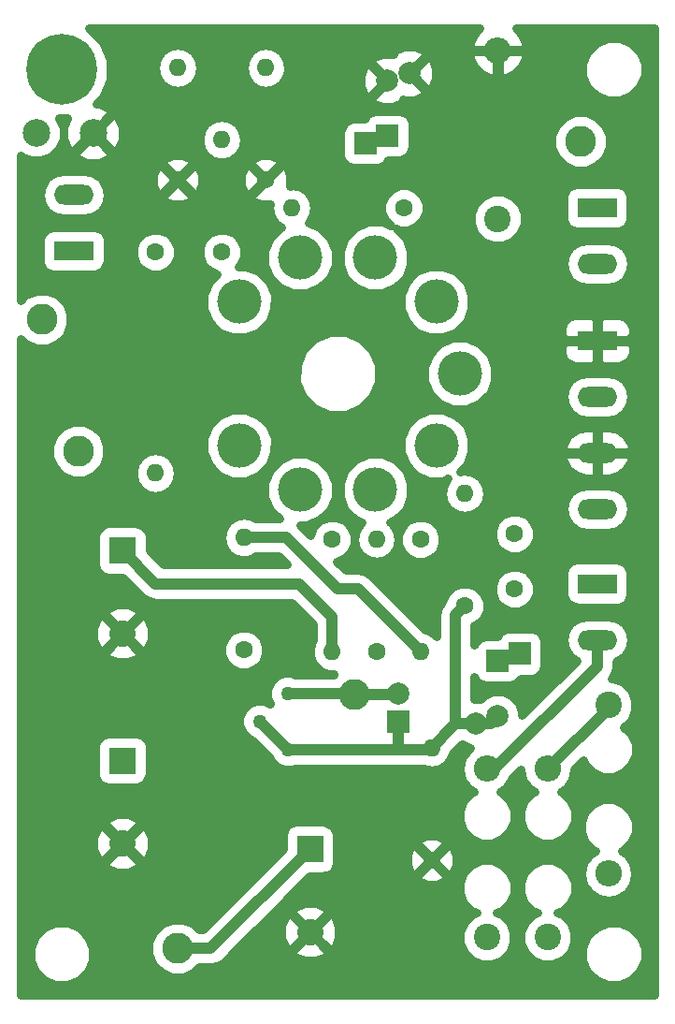
<source format=gbr>
G04 #@! TF.FileFunction,Copper,L1,Top,Signal*
%FSLAX46Y46*%
G04 Gerber Fmt 4.6, Leading zero omitted, Abs format (unit mm)*
G04 Created by KiCad (PCBNEW 4.0.7) date Friday, 27 April 2018 'PMt' 15:38:10*
%MOMM*%
%LPD*%
G01*
G04 APERTURE LIST*
%ADD10C,0.100000*%
%ADD11C,2.800000*%
%ADD12C,2.400000*%
%ADD13O,2.400000X2.400000*%
%ADD14R,2.400000X2.400000*%
%ADD15C,1.600000*%
%ADD16O,1.600000X1.600000*%
%ADD17C,6.400000*%
%ADD18R,3.600000X1.800000*%
%ADD19O,3.600000X1.800000*%
%ADD20R,2.000000X2.000000*%
%ADD21C,2.000000*%
%ADD22C,4.000000*%
%ADD23C,2.499360*%
%ADD24C,1.260000*%
%ADD25C,1.000000*%
%ADD26C,0.800000*%
G04 APERTURE END LIST*
D10*
D11*
X204000000Y-119000000D03*
D12*
X216000000Y-141000000D03*
D13*
X216000000Y-125760000D03*
D14*
X200000000Y-133000000D03*
D12*
X200000000Y-140500000D03*
D15*
X186000000Y-79000000D03*
D16*
X186000000Y-99000000D03*
D17*
X177500000Y-62500000D03*
D11*
X224500000Y-69000000D03*
X175700000Y-85100000D03*
D18*
X178600000Y-78900000D03*
D19*
X178600000Y-73820000D03*
D18*
X226000000Y-109000000D03*
D19*
X226000000Y-114080000D03*
D11*
X179000000Y-97000000D03*
X188000000Y-142000000D03*
D20*
X207000000Y-68500000D03*
D21*
X207000000Y-63500000D03*
D20*
X205000000Y-69172144D03*
D21*
X209000000Y-62827856D03*
D22*
X193568200Y-83511000D03*
X199088300Y-79500000D03*
X205911700Y-79500000D03*
X211431800Y-83510600D03*
X213540400Y-90000000D03*
X211431800Y-96489400D03*
X205911700Y-100500000D03*
X199088300Y-100500000D03*
X193568200Y-96489400D03*
D15*
X218500000Y-104500000D03*
X218500000Y-109500000D03*
X188000000Y-72500000D03*
D16*
X188000000Y-62340000D03*
D15*
X192000000Y-79000000D03*
D16*
X192000000Y-68840000D03*
D15*
X196000000Y-72500000D03*
D16*
X196000000Y-62340000D03*
D15*
X208500000Y-75000000D03*
D16*
X198340000Y-75000000D03*
D12*
X217000000Y-76000000D03*
D13*
X217000000Y-60760000D03*
D15*
X206000000Y-115150000D03*
D16*
X206000000Y-104990000D03*
D12*
X227000000Y-120000000D03*
D13*
X227000000Y-135240000D03*
D15*
X214000000Y-111000000D03*
D16*
X214000000Y-100840000D03*
D14*
X183000000Y-125000000D03*
D12*
X183000000Y-132500000D03*
D15*
X194000000Y-115000000D03*
D16*
X194000000Y-104840000D03*
D14*
X183000000Y-106000000D03*
D12*
X183000000Y-113500000D03*
D15*
X202000000Y-105000000D03*
D16*
X202000000Y-115160000D03*
D15*
X210000000Y-105000000D03*
D16*
X210000000Y-115160000D03*
D23*
X175200000Y-68250000D03*
X180360000Y-68250000D03*
D12*
X221500000Y-141000000D03*
D13*
X221500000Y-125760000D03*
D20*
X217000000Y-116000000D03*
D21*
X217000000Y-121000000D03*
D20*
X219000000Y-115327856D03*
D21*
X215000000Y-121672144D03*
D18*
X226000000Y-75000000D03*
D19*
X226000000Y-80080000D03*
D15*
X211000000Y-134000000D03*
D16*
X211000000Y-123840000D03*
D24*
X198000000Y-118920000D03*
X195460000Y-121460000D03*
X198000000Y-124000000D03*
D20*
X208000000Y-121500000D03*
D21*
X208000000Y-118960000D03*
D18*
X226000000Y-87000000D03*
D19*
X226000000Y-92080000D03*
X226000000Y-97160000D03*
X226000000Y-102240000D03*
D25*
X194000000Y-104840000D02*
X197840000Y-104840000D01*
X204340000Y-109500000D02*
X210000000Y-115160000D01*
X202500000Y-109500000D02*
X204340000Y-109500000D01*
X197840000Y-104840000D02*
X202500000Y-109500000D01*
X210000000Y-115160000D02*
X210000000Y-115000000D01*
X216000000Y-125760000D02*
X216740000Y-125760000D01*
X216740000Y-125760000D02*
X226000000Y-116500000D01*
X226000000Y-116500000D02*
X226000000Y-114080000D01*
X188000000Y-142000000D02*
X191000000Y-142000000D01*
X191000000Y-142000000D02*
X200000000Y-133000000D01*
X227000000Y-120000000D02*
X227000000Y-120260000D01*
X227000000Y-120260000D02*
X221500000Y-125760000D01*
X213167856Y-121672144D02*
X213167856Y-111832144D01*
X213167856Y-111832144D02*
X214000000Y-111000000D01*
X208000000Y-121500000D02*
X208000000Y-124000000D01*
X198000000Y-124000000D02*
X208000000Y-124000000D01*
X208000000Y-124000000D02*
X210840000Y-124000000D01*
X210840000Y-124000000D02*
X213167856Y-121672144D01*
X213167856Y-121672144D02*
X215000000Y-121672144D01*
X195460000Y-121460000D02*
X198000000Y-124000000D01*
X215000000Y-121672144D02*
X216327856Y-121672144D01*
X216327856Y-121672144D02*
X217000000Y-121000000D01*
X205840000Y-115160000D02*
X206000000Y-115000000D01*
X202000000Y-115160000D02*
X202000000Y-112000000D01*
X186000000Y-109000000D02*
X183000000Y-106000000D01*
X199000000Y-109000000D02*
X186000000Y-109000000D01*
X202000000Y-112000000D02*
X199000000Y-109000000D01*
X204000000Y-119000000D02*
X207960000Y-119000000D01*
X207960000Y-119000000D02*
X208000000Y-118960000D01*
X198000000Y-118920000D02*
X203920000Y-118920000D01*
X203920000Y-118920000D02*
X204000000Y-119000000D01*
D26*
G36*
X214837021Y-59317243D02*
X214449549Y-60254802D01*
X214751919Y-60660000D01*
X216900000Y-60660000D01*
X216900000Y-60640000D01*
X217100000Y-60640000D01*
X217100000Y-60660000D01*
X219248081Y-60660000D01*
X219550451Y-60254802D01*
X219162979Y-59317243D01*
X218621602Y-58775000D01*
X231225000Y-58775000D01*
X231225000Y-146225000D01*
X173775000Y-146225000D01*
X173775000Y-143054511D01*
X174699515Y-143054511D01*
X175124892Y-144084000D01*
X175911857Y-144872340D01*
X176940602Y-145299513D01*
X178054511Y-145300485D01*
X179084000Y-144875108D01*
X179872340Y-144088143D01*
X180299513Y-143059398D01*
X180299988Y-142514903D01*
X185399550Y-142514903D01*
X185794542Y-143470858D01*
X186525295Y-144202887D01*
X187480559Y-144599548D01*
X188514903Y-144600450D01*
X189470858Y-144205458D01*
X189977199Y-143700000D01*
X190999995Y-143700000D01*
X191000000Y-143700001D01*
X191650562Y-143570595D01*
X192202082Y-143202082D01*
X193207981Y-142196182D01*
X198445240Y-142196182D01*
X198523830Y-142701905D01*
X199478829Y-143099201D01*
X200513172Y-143100792D01*
X201469389Y-142706436D01*
X201476170Y-142701905D01*
X201554760Y-142196182D01*
X200000000Y-140641421D01*
X198445240Y-142196182D01*
X193207981Y-142196182D01*
X194390991Y-141013172D01*
X197399208Y-141013172D01*
X197793564Y-141969389D01*
X197798095Y-141976170D01*
X198303818Y-142054760D01*
X199858579Y-140500000D01*
X200141421Y-140500000D01*
X201696182Y-142054760D01*
X202201905Y-141976170D01*
X202599201Y-141021171D01*
X202600792Y-139986828D01*
X202206436Y-139030611D01*
X202201905Y-139023830D01*
X201696182Y-138945240D01*
X200141421Y-140500000D01*
X199858579Y-140500000D01*
X198303818Y-138945240D01*
X197798095Y-139023830D01*
X197400799Y-139978829D01*
X197399208Y-141013172D01*
X194390991Y-141013172D01*
X196600345Y-138803818D01*
X198445240Y-138803818D01*
X200000000Y-140358579D01*
X201554760Y-138803818D01*
X201476170Y-138298095D01*
X200521171Y-137900799D01*
X199486828Y-137899208D01*
X198530611Y-138293564D01*
X198523830Y-138298095D01*
X198445240Y-138803818D01*
X196600345Y-138803818D01*
X198418966Y-136985197D01*
X213549576Y-136985197D01*
X213921780Y-137886000D01*
X214610375Y-138575798D01*
X215095124Y-138777083D01*
X214642285Y-138964192D01*
X213966565Y-139638734D01*
X213600417Y-140520516D01*
X213599584Y-141475295D01*
X213964192Y-142357715D01*
X214638734Y-143033435D01*
X215520516Y-143399583D01*
X216475295Y-143400416D01*
X217357715Y-143035808D01*
X218033435Y-142361266D01*
X218399583Y-141479484D01*
X218400416Y-140524705D01*
X218035808Y-139642285D01*
X217361266Y-138966565D01*
X216904829Y-138777036D01*
X217386000Y-138578220D01*
X218075798Y-137889625D01*
X218449573Y-136989473D01*
X218449576Y-136985197D01*
X219049576Y-136985197D01*
X219421780Y-137886000D01*
X220110375Y-138575798D01*
X220595124Y-138777083D01*
X220142285Y-138964192D01*
X219466565Y-139638734D01*
X219100417Y-140520516D01*
X219099584Y-141475295D01*
X219464192Y-142357715D01*
X220138734Y-143033435D01*
X221020516Y-143399583D01*
X221975295Y-143400416D01*
X222812450Y-143054511D01*
X224699515Y-143054511D01*
X225124892Y-144084000D01*
X225911857Y-144872340D01*
X226940602Y-145299513D01*
X228054511Y-145300485D01*
X229084000Y-144875108D01*
X229872340Y-144088143D01*
X230299513Y-143059398D01*
X230300485Y-141945489D01*
X229875108Y-140916000D01*
X229088143Y-140127660D01*
X228059398Y-139700487D01*
X226945489Y-139699515D01*
X225916000Y-140124892D01*
X225127660Y-140911857D01*
X224700487Y-141940602D01*
X224699515Y-143054511D01*
X222812450Y-143054511D01*
X222857715Y-143035808D01*
X223533435Y-142361266D01*
X223899583Y-141479484D01*
X223900416Y-140524705D01*
X223535808Y-139642285D01*
X222861266Y-138966565D01*
X222404829Y-138777036D01*
X222886000Y-138578220D01*
X223575798Y-137889625D01*
X223949573Y-136989473D01*
X223950424Y-136014803D01*
X223578220Y-135114000D01*
X222889625Y-134424202D01*
X221989473Y-134050427D01*
X221014803Y-134049576D01*
X220114000Y-134421780D01*
X219424202Y-135110375D01*
X219050427Y-136010527D01*
X219049576Y-136985197D01*
X218449576Y-136985197D01*
X218450424Y-136014803D01*
X218078220Y-135114000D01*
X217389625Y-134424202D01*
X216489473Y-134050427D01*
X215514803Y-134049576D01*
X214614000Y-134421780D01*
X213924202Y-135110375D01*
X213550427Y-136010527D01*
X213549576Y-136985197D01*
X198418966Y-136985197D01*
X199980654Y-135423509D01*
X201200000Y-135423509D01*
X201285260Y-135407466D01*
X209733955Y-135407466D01*
X209763750Y-135871681D01*
X210574116Y-136202300D01*
X211449318Y-136197638D01*
X212236250Y-135871681D01*
X212266045Y-135407466D01*
X211000000Y-134141421D01*
X209733955Y-135407466D01*
X201285260Y-135407466D01*
X201644693Y-135339834D01*
X202053117Y-135077021D01*
X202327114Y-134676014D01*
X202423509Y-134200000D01*
X202423509Y-133574116D01*
X208797700Y-133574116D01*
X208802362Y-134449318D01*
X209128319Y-135236250D01*
X209592534Y-135266045D01*
X210858579Y-134000000D01*
X211141421Y-134000000D01*
X212407466Y-135266045D01*
X212871681Y-135236250D01*
X213202300Y-134425884D01*
X213197638Y-133550682D01*
X212871681Y-132763750D01*
X212407466Y-132733955D01*
X211141421Y-134000000D01*
X210858579Y-134000000D01*
X209592534Y-132733955D01*
X209128319Y-132763750D01*
X208797700Y-133574116D01*
X202423509Y-133574116D01*
X202423509Y-132592534D01*
X209733955Y-132592534D01*
X211000000Y-133858579D01*
X212266045Y-132592534D01*
X212236250Y-132128319D01*
X211425884Y-131797700D01*
X210550682Y-131802362D01*
X209763750Y-132128319D01*
X209733955Y-132592534D01*
X202423509Y-132592534D01*
X202423509Y-131800000D01*
X202339834Y-131355307D01*
X202077021Y-130946883D01*
X201676014Y-130672886D01*
X201200000Y-130576491D01*
X198800000Y-130576491D01*
X198355307Y-130660166D01*
X197946883Y-130922979D01*
X197672886Y-131323986D01*
X197576491Y-131800000D01*
X197576491Y-133019346D01*
X190295836Y-140300000D01*
X189976715Y-140300000D01*
X189474705Y-139797113D01*
X188519441Y-139400452D01*
X187485097Y-139399550D01*
X186529142Y-139794542D01*
X185797113Y-140525295D01*
X185400452Y-141480559D01*
X185399550Y-142514903D01*
X180299988Y-142514903D01*
X180300485Y-141945489D01*
X179875108Y-140916000D01*
X179088143Y-140127660D01*
X178059398Y-139700487D01*
X176945489Y-139699515D01*
X175916000Y-140124892D01*
X175127660Y-140911857D01*
X174700487Y-141940602D01*
X174699515Y-143054511D01*
X173775000Y-143054511D01*
X173775000Y-134196182D01*
X181445240Y-134196182D01*
X181523830Y-134701905D01*
X182478829Y-135099201D01*
X183513172Y-135100792D01*
X184469389Y-134706436D01*
X184476170Y-134701905D01*
X184554760Y-134196182D01*
X183000000Y-132641421D01*
X181445240Y-134196182D01*
X173775000Y-134196182D01*
X173775000Y-133013172D01*
X180399208Y-133013172D01*
X180793564Y-133969389D01*
X180798095Y-133976170D01*
X181303818Y-134054760D01*
X182858579Y-132500000D01*
X183141421Y-132500000D01*
X184696182Y-134054760D01*
X185201905Y-133976170D01*
X185599201Y-133021171D01*
X185600792Y-131986828D01*
X185206436Y-131030611D01*
X185201905Y-131023830D01*
X184696182Y-130945240D01*
X183141421Y-132500000D01*
X182858579Y-132500000D01*
X181303818Y-130945240D01*
X180798095Y-131023830D01*
X180400799Y-131978829D01*
X180399208Y-133013172D01*
X173775000Y-133013172D01*
X173775000Y-130803818D01*
X181445240Y-130803818D01*
X183000000Y-132358579D01*
X184554760Y-130803818D01*
X184476170Y-130298095D01*
X183521171Y-129900799D01*
X182486828Y-129899208D01*
X181530611Y-130293564D01*
X181523830Y-130298095D01*
X181445240Y-130803818D01*
X173775000Y-130803818D01*
X173775000Y-123800000D01*
X180576491Y-123800000D01*
X180576491Y-126200000D01*
X180660166Y-126644693D01*
X180922979Y-127053117D01*
X181323986Y-127327114D01*
X181800000Y-127423509D01*
X184200000Y-127423509D01*
X184644693Y-127339834D01*
X185053117Y-127077021D01*
X185327114Y-126676014D01*
X185423509Y-126200000D01*
X185423509Y-123800000D01*
X185339834Y-123355307D01*
X185077021Y-122946883D01*
X184676014Y-122672886D01*
X184200000Y-122576491D01*
X181800000Y-122576491D01*
X181355307Y-122660166D01*
X180946883Y-122922979D01*
X180672886Y-123323986D01*
X180576491Y-123800000D01*
X173775000Y-123800000D01*
X173775000Y-115196182D01*
X181445240Y-115196182D01*
X181523830Y-115701905D01*
X182478829Y-116099201D01*
X183513172Y-116100792D01*
X184469389Y-115706436D01*
X184476170Y-115701905D01*
X184523695Y-115396079D01*
X191999654Y-115396079D01*
X192303494Y-116131429D01*
X192865612Y-116694529D01*
X193600430Y-116999652D01*
X194396079Y-117000346D01*
X195131429Y-116696506D01*
X195694529Y-116134388D01*
X195999652Y-115399570D01*
X196000346Y-114603921D01*
X195696506Y-113868571D01*
X195134388Y-113305471D01*
X194399570Y-113000348D01*
X193603921Y-112999654D01*
X192868571Y-113303494D01*
X192305471Y-113865612D01*
X192000348Y-114600430D01*
X191999654Y-115396079D01*
X184523695Y-115396079D01*
X184554760Y-115196182D01*
X183000000Y-113641421D01*
X181445240Y-115196182D01*
X173775000Y-115196182D01*
X173775000Y-114013172D01*
X180399208Y-114013172D01*
X180793564Y-114969389D01*
X180798095Y-114976170D01*
X181303818Y-115054760D01*
X182858579Y-113500000D01*
X183141421Y-113500000D01*
X184696182Y-115054760D01*
X185201905Y-114976170D01*
X185599201Y-114021171D01*
X185600792Y-112986828D01*
X185206436Y-112030611D01*
X185201905Y-112023830D01*
X184696182Y-111945240D01*
X183141421Y-113500000D01*
X182858579Y-113500000D01*
X181303818Y-111945240D01*
X180798095Y-112023830D01*
X180400799Y-112978829D01*
X180399208Y-114013172D01*
X173775000Y-114013172D01*
X173775000Y-111803818D01*
X181445240Y-111803818D01*
X183000000Y-113358579D01*
X184554760Y-111803818D01*
X184476170Y-111298095D01*
X183521171Y-110900799D01*
X182486828Y-110899208D01*
X181530611Y-111293564D01*
X181523830Y-111298095D01*
X181445240Y-111803818D01*
X173775000Y-111803818D01*
X173775000Y-104800000D01*
X180576491Y-104800000D01*
X180576491Y-107200000D01*
X180660166Y-107644693D01*
X180922979Y-108053117D01*
X181323986Y-108327114D01*
X181800000Y-108423509D01*
X183019345Y-108423509D01*
X184797916Y-110202079D01*
X184797918Y-110202082D01*
X185349438Y-110570595D01*
X185457374Y-110592065D01*
X186000000Y-110700001D01*
X186000005Y-110700000D01*
X198295836Y-110700000D01*
X200300000Y-112704163D01*
X200300000Y-114134314D01*
X200152241Y-114355451D01*
X200000000Y-115120818D01*
X200000000Y-115199182D01*
X200152241Y-115964549D01*
X200585786Y-116613396D01*
X201234633Y-117046941D01*
X202000000Y-117199182D01*
X202154601Y-117168430D01*
X202102941Y-117220000D01*
X198677915Y-117220000D01*
X198365607Y-117090318D01*
X197637587Y-117089683D01*
X196964742Y-117367697D01*
X196449506Y-117882035D01*
X196170318Y-118554393D01*
X196169683Y-119282413D01*
X196414467Y-119874834D01*
X195825607Y-119630318D01*
X195097587Y-119629683D01*
X194424742Y-119907697D01*
X193909506Y-120422035D01*
X193630318Y-121094393D01*
X193629683Y-121822413D01*
X193907697Y-122495258D01*
X194422035Y-123010494D01*
X194737197Y-123141361D01*
X196318560Y-124722724D01*
X196447697Y-125035258D01*
X196962035Y-125550494D01*
X197634393Y-125829682D01*
X198362413Y-125830317D01*
X198677804Y-125700000D01*
X210194313Y-125700000D01*
X210234633Y-125726941D01*
X211000000Y-125879182D01*
X211765367Y-125726941D01*
X212414214Y-125293396D01*
X212847759Y-124644549D01*
X212909374Y-124334790D01*
X213730124Y-123514039D01*
X213752173Y-123536126D01*
X214534710Y-123861064D01*
X214302944Y-124015925D01*
X213782689Y-124794541D01*
X213600000Y-125712981D01*
X213600000Y-125807019D01*
X213782689Y-126725459D01*
X214302944Y-127504075D01*
X214808072Y-127841591D01*
X214614000Y-127921780D01*
X213924202Y-128610375D01*
X213550427Y-129510527D01*
X213549576Y-130485197D01*
X213921780Y-131386000D01*
X214610375Y-132075798D01*
X215510527Y-132449573D01*
X216485197Y-132450424D01*
X217386000Y-132078220D01*
X218075798Y-131389625D01*
X218449573Y-130489473D01*
X218450424Y-129514803D01*
X218078220Y-128614000D01*
X217389625Y-127924202D01*
X217191448Y-127841912D01*
X217697056Y-127504075D01*
X218217311Y-126725459D01*
X218226897Y-126677267D01*
X219100000Y-125804164D01*
X219100000Y-125807019D01*
X219282689Y-126725459D01*
X219802944Y-127504075D01*
X220308072Y-127841591D01*
X220114000Y-127921780D01*
X219424202Y-128610375D01*
X219050427Y-129510527D01*
X219049576Y-130485197D01*
X219421780Y-131386000D01*
X220110375Y-132075798D01*
X221010527Y-132449573D01*
X221985197Y-132450424D01*
X222886000Y-132078220D01*
X223480059Y-131485197D01*
X224549576Y-131485197D01*
X224921780Y-132386000D01*
X225610375Y-133075798D01*
X225808552Y-133158088D01*
X225302944Y-133495925D01*
X224782689Y-134274541D01*
X224600000Y-135192981D01*
X224600000Y-135287019D01*
X224782689Y-136205459D01*
X225302944Y-136984075D01*
X226081560Y-137504330D01*
X227000000Y-137687019D01*
X227918440Y-137504330D01*
X228697056Y-136984075D01*
X229217311Y-136205459D01*
X229400000Y-135287019D01*
X229400000Y-135192981D01*
X229217311Y-134274541D01*
X228697056Y-133495925D01*
X228191928Y-133158409D01*
X228386000Y-133078220D01*
X229075798Y-132389625D01*
X229449573Y-131489473D01*
X229450424Y-130514803D01*
X229078220Y-129614000D01*
X228389625Y-128924202D01*
X227489473Y-128550427D01*
X226514803Y-128549576D01*
X225614000Y-128921780D01*
X224924202Y-129610375D01*
X224550427Y-130510527D01*
X224549576Y-131485197D01*
X223480059Y-131485197D01*
X223575798Y-131389625D01*
X223949573Y-130489473D01*
X223950424Y-129514803D01*
X223578220Y-128614000D01*
X222889625Y-127924202D01*
X222691448Y-127841912D01*
X223197056Y-127504075D01*
X223717311Y-126725459D01*
X223900000Y-125807019D01*
X223900000Y-125764164D01*
X224733598Y-124930565D01*
X224921780Y-125386000D01*
X225610375Y-126075798D01*
X226510527Y-126449573D01*
X227485197Y-126450424D01*
X228386000Y-126078220D01*
X229075798Y-125389625D01*
X229449573Y-124489473D01*
X229450424Y-123514803D01*
X229078220Y-122614000D01*
X228429501Y-121964147D01*
X229033435Y-121361266D01*
X229399583Y-120479484D01*
X229400416Y-119524705D01*
X229035808Y-118642285D01*
X228361266Y-117966565D01*
X227479484Y-117600417D01*
X227270134Y-117600234D01*
X227570595Y-117150562D01*
X227600613Y-116999652D01*
X227700001Y-116500000D01*
X227700000Y-116499995D01*
X227700000Y-116032561D01*
X227762408Y-116020147D01*
X228443697Y-115564924D01*
X228898920Y-114883635D01*
X229058773Y-114080000D01*
X228898920Y-113276365D01*
X228443697Y-112595076D01*
X227762408Y-112139853D01*
X226958773Y-111980000D01*
X225041227Y-111980000D01*
X224237592Y-112139853D01*
X223556303Y-112595076D01*
X223101080Y-113276365D01*
X222941227Y-114080000D01*
X223101080Y-114883635D01*
X223556303Y-115564924D01*
X224140539Y-115955298D01*
X219200092Y-120895744D01*
X219200381Y-120564313D01*
X218866157Y-119755428D01*
X218247827Y-119136018D01*
X217439527Y-118800382D01*
X216564313Y-118799619D01*
X215755428Y-119133843D01*
X215416174Y-119472506D01*
X214867856Y-119472028D01*
X214867856Y-117456644D01*
X215122979Y-117853117D01*
X215523986Y-118127114D01*
X216000000Y-118223509D01*
X218000000Y-118223509D01*
X218444693Y-118139834D01*
X218853117Y-117877021D01*
X219075629Y-117551365D01*
X220000000Y-117551365D01*
X220444693Y-117467690D01*
X220853117Y-117204877D01*
X221127114Y-116803870D01*
X221223509Y-116327856D01*
X221223509Y-114327856D01*
X221139834Y-113883163D01*
X220877021Y-113474739D01*
X220476014Y-113200742D01*
X220000000Y-113104347D01*
X218000000Y-113104347D01*
X217555307Y-113188022D01*
X217146883Y-113450835D01*
X216924371Y-113776491D01*
X216000000Y-113776491D01*
X215555307Y-113860166D01*
X215146883Y-114122979D01*
X214872886Y-114523986D01*
X214867856Y-114548825D01*
X214867856Y-112805412D01*
X215131429Y-112696506D01*
X215694529Y-112134388D01*
X215999652Y-111399570D01*
X216000346Y-110603921D01*
X215707873Y-109896079D01*
X216499654Y-109896079D01*
X216803494Y-110631429D01*
X217365612Y-111194529D01*
X218100430Y-111499652D01*
X218896079Y-111500346D01*
X219631429Y-111196506D01*
X220194529Y-110634388D01*
X220499652Y-109899570D01*
X220500346Y-109103921D01*
X220196506Y-108368571D01*
X219928404Y-108100000D01*
X222976491Y-108100000D01*
X222976491Y-109900000D01*
X223060166Y-110344693D01*
X223322979Y-110753117D01*
X223723986Y-111027114D01*
X224200000Y-111123509D01*
X227800000Y-111123509D01*
X228244693Y-111039834D01*
X228653117Y-110777021D01*
X228927114Y-110376014D01*
X229023509Y-109900000D01*
X229023509Y-108100000D01*
X228939834Y-107655307D01*
X228677021Y-107246883D01*
X228276014Y-106972886D01*
X227800000Y-106876491D01*
X224200000Y-106876491D01*
X223755307Y-106960166D01*
X223346883Y-107222979D01*
X223072886Y-107623986D01*
X222976491Y-108100000D01*
X219928404Y-108100000D01*
X219634388Y-107805471D01*
X218899570Y-107500348D01*
X218103921Y-107499654D01*
X217368571Y-107803494D01*
X216805471Y-108365612D01*
X216500348Y-109100430D01*
X216499654Y-109896079D01*
X215707873Y-109896079D01*
X215696506Y-109868571D01*
X215134388Y-109305471D01*
X214399570Y-109000348D01*
X213603921Y-108999654D01*
X212868571Y-109303494D01*
X212305471Y-109865612D01*
X212003857Y-110591979D01*
X211965774Y-110630062D01*
X211597261Y-111181582D01*
X211467855Y-111832144D01*
X211467856Y-111832149D01*
X211467856Y-113786885D01*
X211414214Y-113706604D01*
X210765367Y-113273059D01*
X210455607Y-113211444D01*
X205542082Y-108297918D01*
X204990562Y-107929405D01*
X204340000Y-107799999D01*
X204339995Y-107800000D01*
X203204163Y-107800000D01*
X202402044Y-106997881D01*
X203131429Y-106696506D01*
X203694529Y-106134388D01*
X203999652Y-105399570D01*
X204000000Y-105000599D01*
X204000000Y-105029182D01*
X204152241Y-105794549D01*
X204585786Y-106443396D01*
X205234633Y-106876941D01*
X206000000Y-107029182D01*
X206765367Y-106876941D01*
X207414214Y-106443396D01*
X207847759Y-105794549D01*
X207999974Y-105029313D01*
X207999654Y-105396079D01*
X208303494Y-106131429D01*
X208865612Y-106694529D01*
X209600430Y-106999652D01*
X210396079Y-107000346D01*
X211131429Y-106696506D01*
X211694529Y-106134388D01*
X211999652Y-105399570D01*
X212000091Y-104896079D01*
X216499654Y-104896079D01*
X216803494Y-105631429D01*
X217365612Y-106194529D01*
X218100430Y-106499652D01*
X218896079Y-106500346D01*
X219631429Y-106196506D01*
X220194529Y-105634388D01*
X220499652Y-104899570D01*
X220500346Y-104103921D01*
X220196506Y-103368571D01*
X219634388Y-102805471D01*
X218899570Y-102500348D01*
X218103921Y-102499654D01*
X217368571Y-102803494D01*
X216805471Y-103365612D01*
X216500348Y-104100430D01*
X216499654Y-104896079D01*
X212000091Y-104896079D01*
X212000346Y-104603921D01*
X211696506Y-103868571D01*
X211134388Y-103305471D01*
X210399570Y-103000348D01*
X209603921Y-102999654D01*
X208868571Y-103303494D01*
X208305471Y-103865612D01*
X208000348Y-104600430D01*
X208000000Y-104999401D01*
X208000000Y-104950818D01*
X207847759Y-104185451D01*
X207414214Y-103536604D01*
X207233864Y-103416098D01*
X207721986Y-103214410D01*
X208622946Y-102315021D01*
X209111144Y-101139312D01*
X209112255Y-99866273D01*
X208626110Y-98689714D01*
X207726721Y-97788754D01*
X206551012Y-97300556D01*
X205277973Y-97299445D01*
X204101414Y-97785590D01*
X203200454Y-98684979D01*
X202712256Y-99860688D01*
X202711145Y-101133727D01*
X203197290Y-102310286D01*
X204096679Y-103211246D01*
X204698635Y-103461201D01*
X204585786Y-103536604D01*
X204152241Y-104185451D01*
X204000044Y-104950599D01*
X204000346Y-104603921D01*
X203696506Y-103868571D01*
X203134388Y-103305471D01*
X202399570Y-103000348D01*
X201603921Y-102999654D01*
X200868571Y-103303494D01*
X200305471Y-103865612D01*
X200001594Y-104597430D01*
X199104180Y-103700016D01*
X199722027Y-103700555D01*
X200898586Y-103214410D01*
X201799546Y-102315021D01*
X202287744Y-101139312D01*
X202288855Y-99866273D01*
X201802710Y-98689714D01*
X200903321Y-97788754D01*
X199727612Y-97300556D01*
X198454573Y-97299445D01*
X197278014Y-97785590D01*
X196377054Y-98684979D01*
X195888856Y-99860688D01*
X195887745Y-101133727D01*
X196373890Y-102310286D01*
X197202157Y-103140000D01*
X195045144Y-103140000D01*
X194765367Y-102953059D01*
X194000000Y-102800818D01*
X193234633Y-102953059D01*
X192585786Y-103386604D01*
X192152241Y-104035451D01*
X192000000Y-104800818D01*
X192000000Y-104879182D01*
X192152241Y-105644549D01*
X192585786Y-106293396D01*
X193234633Y-106726941D01*
X194000000Y-106879182D01*
X194765367Y-106726941D01*
X195045144Y-106540000D01*
X197135836Y-106540000D01*
X197895836Y-107300000D01*
X186704163Y-107300000D01*
X185423509Y-106019345D01*
X185423509Y-104800000D01*
X185339834Y-104355307D01*
X185077021Y-103946883D01*
X184676014Y-103672886D01*
X184200000Y-103576491D01*
X181800000Y-103576491D01*
X181355307Y-103660166D01*
X180946883Y-103922979D01*
X180672886Y-104323986D01*
X180576491Y-104800000D01*
X173775000Y-104800000D01*
X173775000Y-97514903D01*
X176399550Y-97514903D01*
X176794542Y-98470858D01*
X177525295Y-99202887D01*
X178480559Y-99599548D01*
X179514903Y-99600450D01*
X180470858Y-99205458D01*
X180715925Y-98960818D01*
X184000000Y-98960818D01*
X184000000Y-99039182D01*
X184152241Y-99804549D01*
X184585786Y-100453396D01*
X185234633Y-100886941D01*
X186000000Y-101039182D01*
X186765367Y-100886941D01*
X187414214Y-100453396D01*
X187847759Y-99804549D01*
X188000000Y-99039182D01*
X188000000Y-98960818D01*
X187847759Y-98195451D01*
X187414214Y-97546604D01*
X186780435Y-97123127D01*
X190367645Y-97123127D01*
X190853790Y-98299686D01*
X191753179Y-99200646D01*
X192928888Y-99688844D01*
X194201927Y-99689955D01*
X195378486Y-99203810D01*
X196279446Y-98304421D01*
X196767644Y-97128712D01*
X196767648Y-97123127D01*
X208231245Y-97123127D01*
X208717390Y-98299686D01*
X209616779Y-99200646D01*
X210792488Y-99688844D01*
X212065527Y-99689955D01*
X212504207Y-99508696D01*
X212152241Y-100035451D01*
X212000000Y-100800818D01*
X212000000Y-100879182D01*
X212152241Y-101644549D01*
X212585786Y-102293396D01*
X213234633Y-102726941D01*
X214000000Y-102879182D01*
X214765367Y-102726941D01*
X215414214Y-102293396D01*
X215449892Y-102240000D01*
X222941227Y-102240000D01*
X223101080Y-103043635D01*
X223556303Y-103724924D01*
X224237592Y-104180147D01*
X225041227Y-104340000D01*
X226958773Y-104340000D01*
X227762408Y-104180147D01*
X228443697Y-103724924D01*
X228898920Y-103043635D01*
X229058773Y-102240000D01*
X228898920Y-101436365D01*
X228443697Y-100755076D01*
X227762408Y-100299853D01*
X226958773Y-100140000D01*
X225041227Y-100140000D01*
X224237592Y-100299853D01*
X223556303Y-100755076D01*
X223101080Y-101436365D01*
X222941227Y-102240000D01*
X215449892Y-102240000D01*
X215847759Y-101644549D01*
X216000000Y-100879182D01*
X216000000Y-100800818D01*
X215847759Y-100035451D01*
X215414214Y-99386604D01*
X214765367Y-98953059D01*
X214000000Y-98800818D01*
X213557637Y-98888810D01*
X214143046Y-98304421D01*
X214427978Y-97618228D01*
X222846108Y-97618228D01*
X222936808Y-97947784D01*
X223402943Y-98715635D01*
X224127440Y-99246655D01*
X225000000Y-99460000D01*
X225900000Y-99460000D01*
X225900000Y-97260000D01*
X226100000Y-97260000D01*
X226100000Y-99460000D01*
X227000000Y-99460000D01*
X227872560Y-99246655D01*
X228597057Y-98715635D01*
X229063192Y-97947784D01*
X229153892Y-97618228D01*
X228847434Y-97260000D01*
X226100000Y-97260000D01*
X225900000Y-97260000D01*
X223152566Y-97260000D01*
X222846108Y-97618228D01*
X214427978Y-97618228D01*
X214631244Y-97128712D01*
X214631616Y-96701772D01*
X222846108Y-96701772D01*
X223152566Y-97060000D01*
X225900000Y-97060000D01*
X225900000Y-94860000D01*
X226100000Y-94860000D01*
X226100000Y-97060000D01*
X228847434Y-97060000D01*
X229153892Y-96701772D01*
X229063192Y-96372216D01*
X228597057Y-95604365D01*
X227872560Y-95073345D01*
X227000000Y-94860000D01*
X226100000Y-94860000D01*
X225900000Y-94860000D01*
X225000000Y-94860000D01*
X224127440Y-95073345D01*
X223402943Y-95604365D01*
X222936808Y-96372216D01*
X222846108Y-96701772D01*
X214631616Y-96701772D01*
X214632355Y-95855673D01*
X214146210Y-94679114D01*
X213246821Y-93778154D01*
X212071112Y-93289956D01*
X210798073Y-93288845D01*
X209621514Y-93774990D01*
X208720554Y-94674379D01*
X208232356Y-95850088D01*
X208231245Y-97123127D01*
X196767648Y-97123127D01*
X196768755Y-95855673D01*
X196282610Y-94679114D01*
X195383221Y-93778154D01*
X194207512Y-93289956D01*
X192934473Y-93288845D01*
X191757914Y-93774990D01*
X190856954Y-94674379D01*
X190368756Y-95850088D01*
X190367645Y-97123127D01*
X186780435Y-97123127D01*
X186765367Y-97113059D01*
X186000000Y-96960818D01*
X185234633Y-97113059D01*
X184585786Y-97546604D01*
X184152241Y-98195451D01*
X184000000Y-98960818D01*
X180715925Y-98960818D01*
X181202887Y-98474705D01*
X181599548Y-97519441D01*
X181600450Y-96485097D01*
X181205458Y-95529142D01*
X180474705Y-94797113D01*
X179519441Y-94400452D01*
X178485097Y-94399550D01*
X177529142Y-94794542D01*
X176797113Y-95525295D01*
X176400452Y-96480559D01*
X176399550Y-97514903D01*
X173775000Y-97514903D01*
X173775000Y-90732747D01*
X198799359Y-90732747D01*
X199361464Y-92093143D01*
X200401382Y-93134878D01*
X201760796Y-93699356D01*
X203232747Y-93700641D01*
X204593143Y-93138536D01*
X205634878Y-92098618D01*
X206199356Y-90739204D01*
X206199448Y-90633727D01*
X210339845Y-90633727D01*
X210825990Y-91810286D01*
X211725379Y-92711246D01*
X212901088Y-93199444D01*
X214174127Y-93200555D01*
X215350686Y-92714410D01*
X215986204Y-92080000D01*
X222941227Y-92080000D01*
X223101080Y-92883635D01*
X223556303Y-93564924D01*
X224237592Y-94020147D01*
X225041227Y-94180000D01*
X226958773Y-94180000D01*
X227762408Y-94020147D01*
X228443697Y-93564924D01*
X228898920Y-92883635D01*
X229058773Y-92080000D01*
X228898920Y-91276365D01*
X228443697Y-90595076D01*
X227762408Y-90139853D01*
X226958773Y-89980000D01*
X225041227Y-89980000D01*
X224237592Y-90139853D01*
X223556303Y-90595076D01*
X223101080Y-91276365D01*
X222941227Y-92080000D01*
X215986204Y-92080000D01*
X216251646Y-91815021D01*
X216739844Y-90639312D01*
X216740955Y-89366273D01*
X216254810Y-88189714D01*
X215516386Y-87450000D01*
X222800000Y-87450000D01*
X222800000Y-88178477D01*
X223013137Y-88693036D01*
X223406963Y-89086862D01*
X223921522Y-89300000D01*
X225550000Y-89300000D01*
X225900000Y-88950000D01*
X225900000Y-87100000D01*
X226100000Y-87100000D01*
X226100000Y-88950000D01*
X226450000Y-89300000D01*
X228078478Y-89300000D01*
X228593037Y-89086862D01*
X228986863Y-88693036D01*
X229200000Y-88178477D01*
X229200000Y-87450000D01*
X228850000Y-87100000D01*
X226100000Y-87100000D01*
X225900000Y-87100000D01*
X223150000Y-87100000D01*
X222800000Y-87450000D01*
X215516386Y-87450000D01*
X215355421Y-87288754D01*
X214179712Y-86800556D01*
X212906673Y-86799445D01*
X211730114Y-87285590D01*
X210829154Y-88184979D01*
X210340956Y-89360688D01*
X210339845Y-90633727D01*
X206199448Y-90633727D01*
X206200641Y-89267253D01*
X205638536Y-87906857D01*
X204598618Y-86865122D01*
X203239204Y-86300644D01*
X201767253Y-86299359D01*
X200406857Y-86861464D01*
X199365122Y-87901382D01*
X198800644Y-89260796D01*
X198799359Y-90732747D01*
X173775000Y-90732747D01*
X173775000Y-86851806D01*
X174225295Y-87302887D01*
X175180559Y-87699548D01*
X176214903Y-87700450D01*
X177170858Y-87305458D01*
X177902887Y-86574705D01*
X178299548Y-85619441D01*
X178300450Y-84585097D01*
X177905458Y-83629142D01*
X177174705Y-82897113D01*
X176219441Y-82500452D01*
X175185097Y-82499550D01*
X174229142Y-82894542D01*
X173775000Y-83347892D01*
X173775000Y-78000000D01*
X175576491Y-78000000D01*
X175576491Y-79800000D01*
X175660166Y-80244693D01*
X175922979Y-80653117D01*
X176323986Y-80927114D01*
X176800000Y-81023509D01*
X180400000Y-81023509D01*
X180844693Y-80939834D01*
X181253117Y-80677021D01*
X181527114Y-80276014D01*
X181623509Y-79800000D01*
X181623509Y-79396079D01*
X183999654Y-79396079D01*
X184303494Y-80131429D01*
X184865612Y-80694529D01*
X185600430Y-80999652D01*
X186396079Y-81000346D01*
X187131429Y-80696506D01*
X187694529Y-80134388D01*
X187999652Y-79399570D01*
X187999655Y-79396079D01*
X189999654Y-79396079D01*
X190303494Y-80131429D01*
X190865612Y-80694529D01*
X191567991Y-80986182D01*
X190856954Y-81695979D01*
X190368756Y-82871688D01*
X190367645Y-84144727D01*
X190853790Y-85321286D01*
X191753179Y-86222246D01*
X192928888Y-86710444D01*
X194201927Y-86711555D01*
X195378486Y-86225410D01*
X196279446Y-85326021D01*
X196767644Y-84150312D01*
X196767649Y-84144327D01*
X208231245Y-84144327D01*
X208717390Y-85320886D01*
X209616779Y-86221846D01*
X210792488Y-86710044D01*
X212065527Y-86711155D01*
X213242086Y-86225010D01*
X213646277Y-85821523D01*
X222800000Y-85821523D01*
X222800000Y-86550000D01*
X223150000Y-86900000D01*
X225900000Y-86900000D01*
X225900000Y-85050000D01*
X226100000Y-85050000D01*
X226100000Y-86900000D01*
X228850000Y-86900000D01*
X229200000Y-86550000D01*
X229200000Y-85821523D01*
X228986863Y-85306964D01*
X228593037Y-84913138D01*
X228078478Y-84700000D01*
X226450000Y-84700000D01*
X226100000Y-85050000D01*
X225900000Y-85050000D01*
X225550000Y-84700000D01*
X223921522Y-84700000D01*
X223406963Y-84913138D01*
X223013137Y-85306964D01*
X222800000Y-85821523D01*
X213646277Y-85821523D01*
X214143046Y-85325621D01*
X214631244Y-84149912D01*
X214632355Y-82876873D01*
X214146210Y-81700314D01*
X213246821Y-80799354D01*
X212071112Y-80311156D01*
X210798073Y-80310045D01*
X209621514Y-80796190D01*
X208720554Y-81695579D01*
X208232356Y-82871288D01*
X208231245Y-84144327D01*
X196767649Y-84144327D01*
X196768755Y-82877273D01*
X196282610Y-81700714D01*
X195383221Y-80799754D01*
X194207512Y-80311556D01*
X193517655Y-80310954D01*
X193694529Y-80134388D01*
X193999652Y-79399570D01*
X194000346Y-78603921D01*
X193696506Y-77868571D01*
X193134388Y-77305471D01*
X192399570Y-77000348D01*
X191603921Y-76999654D01*
X190868571Y-77303494D01*
X190305471Y-77865612D01*
X190000348Y-78600430D01*
X189999654Y-79396079D01*
X187999655Y-79396079D01*
X188000346Y-78603921D01*
X187696506Y-77868571D01*
X187134388Y-77305471D01*
X186399570Y-77000348D01*
X185603921Y-76999654D01*
X184868571Y-77303494D01*
X184305471Y-77865612D01*
X184000348Y-78600430D01*
X183999654Y-79396079D01*
X181623509Y-79396079D01*
X181623509Y-78000000D01*
X181539834Y-77555307D01*
X181277021Y-77146883D01*
X180876014Y-76872886D01*
X180400000Y-76776491D01*
X176800000Y-76776491D01*
X176355307Y-76860166D01*
X175946883Y-77122979D01*
X175672886Y-77523986D01*
X175576491Y-78000000D01*
X173775000Y-78000000D01*
X173775000Y-73820000D01*
X175541227Y-73820000D01*
X175701080Y-74623635D01*
X176156303Y-75304924D01*
X176837592Y-75760147D01*
X177641227Y-75920000D01*
X179558773Y-75920000D01*
X180362408Y-75760147D01*
X181043697Y-75304924D01*
X181498920Y-74623635D01*
X181641374Y-73907466D01*
X186733955Y-73907466D01*
X186763750Y-74371681D01*
X187574116Y-74702300D01*
X188449318Y-74697638D01*
X189236250Y-74371681D01*
X189266045Y-73907466D01*
X194733955Y-73907466D01*
X194763750Y-74371681D01*
X195574116Y-74702300D01*
X196360868Y-74698109D01*
X196300818Y-75000000D01*
X196453059Y-75765367D01*
X196886604Y-76414214D01*
X197379593Y-76743618D01*
X197278014Y-76785590D01*
X196377054Y-77684979D01*
X195888856Y-78860688D01*
X195887745Y-80133727D01*
X196373890Y-81310286D01*
X197273279Y-82211246D01*
X198448988Y-82699444D01*
X199722027Y-82700555D01*
X200898586Y-82214410D01*
X201799546Y-81315021D01*
X202287744Y-80139312D01*
X202287748Y-80133727D01*
X202711145Y-80133727D01*
X203197290Y-81310286D01*
X204096679Y-82211246D01*
X205272388Y-82699444D01*
X206545427Y-82700555D01*
X207721986Y-82214410D01*
X208622946Y-81315021D01*
X209111144Y-80139312D01*
X209111195Y-80080000D01*
X222941227Y-80080000D01*
X223101080Y-80883635D01*
X223556303Y-81564924D01*
X224237592Y-82020147D01*
X225041227Y-82180000D01*
X226958773Y-82180000D01*
X227762408Y-82020147D01*
X228443697Y-81564924D01*
X228898920Y-80883635D01*
X229058773Y-80080000D01*
X228898920Y-79276365D01*
X228443697Y-78595076D01*
X227762408Y-78139853D01*
X226958773Y-77980000D01*
X225041227Y-77980000D01*
X224237592Y-78139853D01*
X223556303Y-78595076D01*
X223101080Y-79276365D01*
X222941227Y-80080000D01*
X209111195Y-80080000D01*
X209112255Y-78866273D01*
X208626110Y-77689714D01*
X207821724Y-76883923D01*
X208100430Y-76999652D01*
X208896079Y-77000346D01*
X209631429Y-76696506D01*
X209853026Y-76475295D01*
X214599584Y-76475295D01*
X214964192Y-77357715D01*
X215638734Y-78033435D01*
X216520516Y-78399583D01*
X217475295Y-78400416D01*
X218357715Y-78035808D01*
X219033435Y-77361266D01*
X219399583Y-76479484D01*
X219400416Y-75524705D01*
X219035808Y-74642285D01*
X218494469Y-74100000D01*
X222976491Y-74100000D01*
X222976491Y-75900000D01*
X223060166Y-76344693D01*
X223322979Y-76753117D01*
X223723986Y-77027114D01*
X224200000Y-77123509D01*
X227800000Y-77123509D01*
X228244693Y-77039834D01*
X228653117Y-76777021D01*
X228927114Y-76376014D01*
X229023509Y-75900000D01*
X229023509Y-74100000D01*
X228939834Y-73655307D01*
X228677021Y-73246883D01*
X228276014Y-72972886D01*
X227800000Y-72876491D01*
X224200000Y-72876491D01*
X223755307Y-72960166D01*
X223346883Y-73222979D01*
X223072886Y-73623986D01*
X222976491Y-74100000D01*
X218494469Y-74100000D01*
X218361266Y-73966565D01*
X217479484Y-73600417D01*
X216524705Y-73599584D01*
X215642285Y-73964192D01*
X214966565Y-74638734D01*
X214600417Y-75520516D01*
X214599584Y-76475295D01*
X209853026Y-76475295D01*
X210194529Y-76134388D01*
X210499652Y-75399570D01*
X210500346Y-74603921D01*
X210196506Y-73868571D01*
X209634388Y-73305471D01*
X208899570Y-73000348D01*
X208103921Y-72999654D01*
X207368571Y-73303494D01*
X206805471Y-73865612D01*
X206500348Y-74600430D01*
X206499654Y-75396079D01*
X206803494Y-76131429D01*
X207270608Y-76599359D01*
X206551012Y-76300556D01*
X205277973Y-76299445D01*
X204101414Y-76785590D01*
X203200454Y-77684979D01*
X202712256Y-78860688D01*
X202711145Y-80133727D01*
X202287748Y-80133727D01*
X202288855Y-78866273D01*
X201802710Y-77689714D01*
X200903321Y-76788754D01*
X199838558Y-76346625D01*
X200226941Y-75765367D01*
X200379182Y-75000000D01*
X200226941Y-74234633D01*
X199793396Y-73585786D01*
X199144549Y-73152241D01*
X198379182Y-73000000D01*
X198300818Y-73000000D01*
X198160690Y-73027873D01*
X198202300Y-72925884D01*
X198197638Y-72050682D01*
X197871681Y-71263750D01*
X197407466Y-71233955D01*
X196141421Y-72500000D01*
X196155564Y-72514143D01*
X196014143Y-72655564D01*
X196000000Y-72641421D01*
X194733955Y-73907466D01*
X189266045Y-73907466D01*
X188000000Y-72641421D01*
X186733955Y-73907466D01*
X181641374Y-73907466D01*
X181658773Y-73820000D01*
X181498920Y-73016365D01*
X181043697Y-72335076D01*
X180653143Y-72074116D01*
X185797700Y-72074116D01*
X185802362Y-72949318D01*
X186128319Y-73736250D01*
X186592534Y-73766045D01*
X187858579Y-72500000D01*
X188141421Y-72500000D01*
X189407466Y-73766045D01*
X189871681Y-73736250D01*
X190202300Y-72925884D01*
X190197763Y-72074116D01*
X193797700Y-72074116D01*
X193802362Y-72949318D01*
X194128319Y-73736250D01*
X194592534Y-73766045D01*
X195858579Y-72500000D01*
X194592534Y-71233955D01*
X194128319Y-71263750D01*
X193797700Y-72074116D01*
X190197763Y-72074116D01*
X190197638Y-72050682D01*
X189871681Y-71263750D01*
X189407466Y-71233955D01*
X188141421Y-72500000D01*
X187858579Y-72500000D01*
X186592534Y-71233955D01*
X186128319Y-71263750D01*
X185797700Y-72074116D01*
X180653143Y-72074116D01*
X180362408Y-71879853D01*
X179558773Y-71720000D01*
X177641227Y-71720000D01*
X176837592Y-71879853D01*
X176156303Y-72335076D01*
X175701080Y-73016365D01*
X175541227Y-73820000D01*
X173775000Y-73820000D01*
X173775000Y-71092534D01*
X186733955Y-71092534D01*
X188000000Y-72358579D01*
X189266045Y-71092534D01*
X194733955Y-71092534D01*
X196000000Y-72358579D01*
X197266045Y-71092534D01*
X197236250Y-70628319D01*
X196425884Y-70297700D01*
X195550682Y-70302362D01*
X194763750Y-70628319D01*
X194733955Y-71092534D01*
X189266045Y-71092534D01*
X189236250Y-70628319D01*
X188425884Y-70297700D01*
X187550682Y-70302362D01*
X186763750Y-70628319D01*
X186733955Y-71092534D01*
X173775000Y-71092534D01*
X173775000Y-70289909D01*
X173810556Y-70325527D01*
X174710591Y-70699254D01*
X175685134Y-70700104D01*
X176585819Y-70327949D01*
X176932340Y-69982032D01*
X178769389Y-69982032D01*
X178854035Y-70492913D01*
X179826996Y-70898490D01*
X180881101Y-70900857D01*
X181855873Y-70499656D01*
X181865965Y-70492913D01*
X181950611Y-69982032D01*
X180360000Y-68391421D01*
X178769389Y-69982032D01*
X176932340Y-69982032D01*
X177275527Y-69639444D01*
X177649254Y-68739409D01*
X177650104Y-67764866D01*
X177292675Y-66899820D01*
X178051872Y-66900483D01*
X177711510Y-67716996D01*
X177709143Y-68771101D01*
X178110344Y-69745873D01*
X178117087Y-69755965D01*
X178627968Y-69840611D01*
X180218579Y-68250000D01*
X180501421Y-68250000D01*
X182092032Y-69840611D01*
X182602913Y-69755965D01*
X183001064Y-68800818D01*
X190000000Y-68800818D01*
X190000000Y-68879182D01*
X190152241Y-69644549D01*
X190585786Y-70293396D01*
X191234633Y-70726941D01*
X192000000Y-70879182D01*
X192765367Y-70726941D01*
X193414214Y-70293396D01*
X193847759Y-69644549D01*
X194000000Y-68879182D01*
X194000000Y-68800818D01*
X193874949Y-68172144D01*
X202776491Y-68172144D01*
X202776491Y-70172144D01*
X202860166Y-70616837D01*
X203122979Y-71025261D01*
X203523986Y-71299258D01*
X204000000Y-71395653D01*
X206000000Y-71395653D01*
X206444693Y-71311978D01*
X206853117Y-71049165D01*
X207075629Y-70723509D01*
X208000000Y-70723509D01*
X208444693Y-70639834D01*
X208853117Y-70377021D01*
X209127114Y-69976014D01*
X209220491Y-69514903D01*
X221899550Y-69514903D01*
X222294542Y-70470858D01*
X223025295Y-71202887D01*
X223980559Y-71599548D01*
X225014903Y-71600450D01*
X225970858Y-71205458D01*
X226702887Y-70474705D01*
X227099548Y-69519441D01*
X227100450Y-68485097D01*
X226705458Y-67529142D01*
X225974705Y-66797113D01*
X225019441Y-66400452D01*
X223985097Y-66399550D01*
X223029142Y-66794542D01*
X222297113Y-67525295D01*
X221900452Y-68480559D01*
X221899550Y-69514903D01*
X209220491Y-69514903D01*
X209223509Y-69500000D01*
X209223509Y-67500000D01*
X209139834Y-67055307D01*
X208877021Y-66646883D01*
X208476014Y-66372886D01*
X208000000Y-66276491D01*
X206000000Y-66276491D01*
X205555307Y-66360166D01*
X205146883Y-66622979D01*
X204924371Y-66948635D01*
X204000000Y-66948635D01*
X203555307Y-67032310D01*
X203146883Y-67295123D01*
X202872886Y-67696130D01*
X202776491Y-68172144D01*
X193874949Y-68172144D01*
X193847759Y-68035451D01*
X193414214Y-67386604D01*
X192765367Y-66953059D01*
X192000000Y-66800818D01*
X191234633Y-66953059D01*
X190585786Y-67386604D01*
X190152241Y-68035451D01*
X190000000Y-68800818D01*
X183001064Y-68800818D01*
X183008490Y-68783004D01*
X183010857Y-67728899D01*
X182609656Y-66754127D01*
X182602913Y-66744035D01*
X182092032Y-66659389D01*
X180501421Y-68250000D01*
X180218579Y-68250000D01*
X180204437Y-68235858D01*
X180345858Y-68094437D01*
X180360000Y-68108579D01*
X181950611Y-66517968D01*
X181865965Y-66007087D01*
X180893004Y-65601510D01*
X180621659Y-65600901D01*
X181227963Y-64995654D01*
X181899234Y-63379054D01*
X181900175Y-62300818D01*
X186000000Y-62300818D01*
X186000000Y-62379182D01*
X186152241Y-63144549D01*
X186585786Y-63793396D01*
X187234633Y-64226941D01*
X188000000Y-64379182D01*
X188765367Y-64226941D01*
X189414214Y-63793396D01*
X189847759Y-63144549D01*
X190000000Y-62379182D01*
X190000000Y-62300818D01*
X194000000Y-62300818D01*
X194000000Y-62379182D01*
X194152241Y-63144549D01*
X194585786Y-63793396D01*
X195234633Y-64226941D01*
X196000000Y-64379182D01*
X196765367Y-64226941D01*
X197414214Y-63793396D01*
X197847759Y-63144549D01*
X197871246Y-63026469D01*
X204599235Y-63026469D01*
X204600770Y-63981248D01*
X204963195Y-64856219D01*
X205448160Y-64910419D01*
X206732193Y-63626386D01*
X206815035Y-63826386D01*
X205589581Y-65051840D01*
X205643781Y-65536805D01*
X206526469Y-65900765D01*
X207481248Y-65899230D01*
X208356219Y-65536805D01*
X208396644Y-65175090D01*
X208526469Y-65228621D01*
X208587100Y-65228524D01*
X208654050Y-65295474D01*
X208721216Y-65228308D01*
X209481248Y-65227086D01*
X210356219Y-64864661D01*
X210410419Y-64379696D01*
X209399793Y-63369070D01*
X209399338Y-63085773D01*
X210551840Y-64238275D01*
X211036805Y-64184075D01*
X211400765Y-63301387D01*
X211399230Y-62346608D01*
X211036805Y-61471637D01*
X210551840Y-61417437D01*
X209267807Y-62701470D01*
X209184965Y-62501470D01*
X210410419Y-61276016D01*
X210409210Y-61265198D01*
X214449549Y-61265198D01*
X214837021Y-62202757D01*
X215553787Y-62920670D01*
X216490726Y-63309641D01*
X216494803Y-63310446D01*
X216900000Y-63007777D01*
X216900000Y-60860000D01*
X217100000Y-60860000D01*
X217100000Y-63007777D01*
X217505197Y-63310446D01*
X217509274Y-63309641D01*
X218123821Y-63054511D01*
X224699515Y-63054511D01*
X225124892Y-64084000D01*
X225911857Y-64872340D01*
X226940602Y-65299513D01*
X228054511Y-65300485D01*
X229084000Y-64875108D01*
X229872340Y-64088143D01*
X230299513Y-63059398D01*
X230300485Y-61945489D01*
X229875108Y-60916000D01*
X229088143Y-60127660D01*
X228059398Y-59700487D01*
X226945489Y-59699515D01*
X225916000Y-60124892D01*
X225127660Y-60911857D01*
X224700487Y-61940602D01*
X224699515Y-63054511D01*
X218123821Y-63054511D01*
X218446213Y-62920670D01*
X219162979Y-62202757D01*
X219550451Y-61265198D01*
X219248081Y-60860000D01*
X217100000Y-60860000D01*
X216900000Y-60860000D01*
X214751919Y-60860000D01*
X214449549Y-61265198D01*
X210409210Y-61265198D01*
X210356219Y-60791051D01*
X209473531Y-60427091D01*
X208518752Y-60428626D01*
X207643781Y-60791051D01*
X207603356Y-61152766D01*
X207473531Y-61099235D01*
X207412900Y-61099332D01*
X207345950Y-61032382D01*
X207278784Y-61099548D01*
X206518752Y-61100770D01*
X205643781Y-61463195D01*
X205589581Y-61948160D01*
X206600207Y-62958786D01*
X206600662Y-63242083D01*
X205448160Y-62089581D01*
X204963195Y-62143781D01*
X204599235Y-63026469D01*
X197871246Y-63026469D01*
X198000000Y-62379182D01*
X198000000Y-62300818D01*
X197847759Y-61535451D01*
X197414214Y-60886604D01*
X196765367Y-60453059D01*
X196000000Y-60300818D01*
X195234633Y-60453059D01*
X194585786Y-60886604D01*
X194152241Y-61535451D01*
X194000000Y-62300818D01*
X190000000Y-62300818D01*
X189847759Y-61535451D01*
X189414214Y-60886604D01*
X188765367Y-60453059D01*
X188000000Y-60300818D01*
X187234633Y-60453059D01*
X186585786Y-60886604D01*
X186152241Y-61535451D01*
X186000000Y-62300818D01*
X181900175Y-62300818D01*
X181900762Y-61628626D01*
X181232313Y-60010856D01*
X179998612Y-58775000D01*
X215378398Y-58775000D01*
X214837021Y-59317243D01*
X214837021Y-59317243D01*
G37*
X214837021Y-59317243D02*
X214449549Y-60254802D01*
X214751919Y-60660000D01*
X216900000Y-60660000D01*
X216900000Y-60640000D01*
X217100000Y-60640000D01*
X217100000Y-60660000D01*
X219248081Y-60660000D01*
X219550451Y-60254802D01*
X219162979Y-59317243D01*
X218621602Y-58775000D01*
X231225000Y-58775000D01*
X231225000Y-146225000D01*
X173775000Y-146225000D01*
X173775000Y-143054511D01*
X174699515Y-143054511D01*
X175124892Y-144084000D01*
X175911857Y-144872340D01*
X176940602Y-145299513D01*
X178054511Y-145300485D01*
X179084000Y-144875108D01*
X179872340Y-144088143D01*
X180299513Y-143059398D01*
X180299988Y-142514903D01*
X185399550Y-142514903D01*
X185794542Y-143470858D01*
X186525295Y-144202887D01*
X187480559Y-144599548D01*
X188514903Y-144600450D01*
X189470858Y-144205458D01*
X189977199Y-143700000D01*
X190999995Y-143700000D01*
X191000000Y-143700001D01*
X191650562Y-143570595D01*
X192202082Y-143202082D01*
X193207981Y-142196182D01*
X198445240Y-142196182D01*
X198523830Y-142701905D01*
X199478829Y-143099201D01*
X200513172Y-143100792D01*
X201469389Y-142706436D01*
X201476170Y-142701905D01*
X201554760Y-142196182D01*
X200000000Y-140641421D01*
X198445240Y-142196182D01*
X193207981Y-142196182D01*
X194390991Y-141013172D01*
X197399208Y-141013172D01*
X197793564Y-141969389D01*
X197798095Y-141976170D01*
X198303818Y-142054760D01*
X199858579Y-140500000D01*
X200141421Y-140500000D01*
X201696182Y-142054760D01*
X202201905Y-141976170D01*
X202599201Y-141021171D01*
X202600792Y-139986828D01*
X202206436Y-139030611D01*
X202201905Y-139023830D01*
X201696182Y-138945240D01*
X200141421Y-140500000D01*
X199858579Y-140500000D01*
X198303818Y-138945240D01*
X197798095Y-139023830D01*
X197400799Y-139978829D01*
X197399208Y-141013172D01*
X194390991Y-141013172D01*
X196600345Y-138803818D01*
X198445240Y-138803818D01*
X200000000Y-140358579D01*
X201554760Y-138803818D01*
X201476170Y-138298095D01*
X200521171Y-137900799D01*
X199486828Y-137899208D01*
X198530611Y-138293564D01*
X198523830Y-138298095D01*
X198445240Y-138803818D01*
X196600345Y-138803818D01*
X198418966Y-136985197D01*
X213549576Y-136985197D01*
X213921780Y-137886000D01*
X214610375Y-138575798D01*
X215095124Y-138777083D01*
X214642285Y-138964192D01*
X213966565Y-139638734D01*
X213600417Y-140520516D01*
X213599584Y-141475295D01*
X213964192Y-142357715D01*
X214638734Y-143033435D01*
X215520516Y-143399583D01*
X216475295Y-143400416D01*
X217357715Y-143035808D01*
X218033435Y-142361266D01*
X218399583Y-141479484D01*
X218400416Y-140524705D01*
X218035808Y-139642285D01*
X217361266Y-138966565D01*
X216904829Y-138777036D01*
X217386000Y-138578220D01*
X218075798Y-137889625D01*
X218449573Y-136989473D01*
X218449576Y-136985197D01*
X219049576Y-136985197D01*
X219421780Y-137886000D01*
X220110375Y-138575798D01*
X220595124Y-138777083D01*
X220142285Y-138964192D01*
X219466565Y-139638734D01*
X219100417Y-140520516D01*
X219099584Y-141475295D01*
X219464192Y-142357715D01*
X220138734Y-143033435D01*
X221020516Y-143399583D01*
X221975295Y-143400416D01*
X222812450Y-143054511D01*
X224699515Y-143054511D01*
X225124892Y-144084000D01*
X225911857Y-144872340D01*
X226940602Y-145299513D01*
X228054511Y-145300485D01*
X229084000Y-144875108D01*
X229872340Y-144088143D01*
X230299513Y-143059398D01*
X230300485Y-141945489D01*
X229875108Y-140916000D01*
X229088143Y-140127660D01*
X228059398Y-139700487D01*
X226945489Y-139699515D01*
X225916000Y-140124892D01*
X225127660Y-140911857D01*
X224700487Y-141940602D01*
X224699515Y-143054511D01*
X222812450Y-143054511D01*
X222857715Y-143035808D01*
X223533435Y-142361266D01*
X223899583Y-141479484D01*
X223900416Y-140524705D01*
X223535808Y-139642285D01*
X222861266Y-138966565D01*
X222404829Y-138777036D01*
X222886000Y-138578220D01*
X223575798Y-137889625D01*
X223949573Y-136989473D01*
X223950424Y-136014803D01*
X223578220Y-135114000D01*
X222889625Y-134424202D01*
X221989473Y-134050427D01*
X221014803Y-134049576D01*
X220114000Y-134421780D01*
X219424202Y-135110375D01*
X219050427Y-136010527D01*
X219049576Y-136985197D01*
X218449576Y-136985197D01*
X218450424Y-136014803D01*
X218078220Y-135114000D01*
X217389625Y-134424202D01*
X216489473Y-134050427D01*
X215514803Y-134049576D01*
X214614000Y-134421780D01*
X213924202Y-135110375D01*
X213550427Y-136010527D01*
X213549576Y-136985197D01*
X198418966Y-136985197D01*
X199980654Y-135423509D01*
X201200000Y-135423509D01*
X201285260Y-135407466D01*
X209733955Y-135407466D01*
X209763750Y-135871681D01*
X210574116Y-136202300D01*
X211449318Y-136197638D01*
X212236250Y-135871681D01*
X212266045Y-135407466D01*
X211000000Y-134141421D01*
X209733955Y-135407466D01*
X201285260Y-135407466D01*
X201644693Y-135339834D01*
X202053117Y-135077021D01*
X202327114Y-134676014D01*
X202423509Y-134200000D01*
X202423509Y-133574116D01*
X208797700Y-133574116D01*
X208802362Y-134449318D01*
X209128319Y-135236250D01*
X209592534Y-135266045D01*
X210858579Y-134000000D01*
X211141421Y-134000000D01*
X212407466Y-135266045D01*
X212871681Y-135236250D01*
X213202300Y-134425884D01*
X213197638Y-133550682D01*
X212871681Y-132763750D01*
X212407466Y-132733955D01*
X211141421Y-134000000D01*
X210858579Y-134000000D01*
X209592534Y-132733955D01*
X209128319Y-132763750D01*
X208797700Y-133574116D01*
X202423509Y-133574116D01*
X202423509Y-132592534D01*
X209733955Y-132592534D01*
X211000000Y-133858579D01*
X212266045Y-132592534D01*
X212236250Y-132128319D01*
X211425884Y-131797700D01*
X210550682Y-131802362D01*
X209763750Y-132128319D01*
X209733955Y-132592534D01*
X202423509Y-132592534D01*
X202423509Y-131800000D01*
X202339834Y-131355307D01*
X202077021Y-130946883D01*
X201676014Y-130672886D01*
X201200000Y-130576491D01*
X198800000Y-130576491D01*
X198355307Y-130660166D01*
X197946883Y-130922979D01*
X197672886Y-131323986D01*
X197576491Y-131800000D01*
X197576491Y-133019346D01*
X190295836Y-140300000D01*
X189976715Y-140300000D01*
X189474705Y-139797113D01*
X188519441Y-139400452D01*
X187485097Y-139399550D01*
X186529142Y-139794542D01*
X185797113Y-140525295D01*
X185400452Y-141480559D01*
X185399550Y-142514903D01*
X180299988Y-142514903D01*
X180300485Y-141945489D01*
X179875108Y-140916000D01*
X179088143Y-140127660D01*
X178059398Y-139700487D01*
X176945489Y-139699515D01*
X175916000Y-140124892D01*
X175127660Y-140911857D01*
X174700487Y-141940602D01*
X174699515Y-143054511D01*
X173775000Y-143054511D01*
X173775000Y-134196182D01*
X181445240Y-134196182D01*
X181523830Y-134701905D01*
X182478829Y-135099201D01*
X183513172Y-135100792D01*
X184469389Y-134706436D01*
X184476170Y-134701905D01*
X184554760Y-134196182D01*
X183000000Y-132641421D01*
X181445240Y-134196182D01*
X173775000Y-134196182D01*
X173775000Y-133013172D01*
X180399208Y-133013172D01*
X180793564Y-133969389D01*
X180798095Y-133976170D01*
X181303818Y-134054760D01*
X182858579Y-132500000D01*
X183141421Y-132500000D01*
X184696182Y-134054760D01*
X185201905Y-133976170D01*
X185599201Y-133021171D01*
X185600792Y-131986828D01*
X185206436Y-131030611D01*
X185201905Y-131023830D01*
X184696182Y-130945240D01*
X183141421Y-132500000D01*
X182858579Y-132500000D01*
X181303818Y-130945240D01*
X180798095Y-131023830D01*
X180400799Y-131978829D01*
X180399208Y-133013172D01*
X173775000Y-133013172D01*
X173775000Y-130803818D01*
X181445240Y-130803818D01*
X183000000Y-132358579D01*
X184554760Y-130803818D01*
X184476170Y-130298095D01*
X183521171Y-129900799D01*
X182486828Y-129899208D01*
X181530611Y-130293564D01*
X181523830Y-130298095D01*
X181445240Y-130803818D01*
X173775000Y-130803818D01*
X173775000Y-123800000D01*
X180576491Y-123800000D01*
X180576491Y-126200000D01*
X180660166Y-126644693D01*
X180922979Y-127053117D01*
X181323986Y-127327114D01*
X181800000Y-127423509D01*
X184200000Y-127423509D01*
X184644693Y-127339834D01*
X185053117Y-127077021D01*
X185327114Y-126676014D01*
X185423509Y-126200000D01*
X185423509Y-123800000D01*
X185339834Y-123355307D01*
X185077021Y-122946883D01*
X184676014Y-122672886D01*
X184200000Y-122576491D01*
X181800000Y-122576491D01*
X181355307Y-122660166D01*
X180946883Y-122922979D01*
X180672886Y-123323986D01*
X180576491Y-123800000D01*
X173775000Y-123800000D01*
X173775000Y-115196182D01*
X181445240Y-115196182D01*
X181523830Y-115701905D01*
X182478829Y-116099201D01*
X183513172Y-116100792D01*
X184469389Y-115706436D01*
X184476170Y-115701905D01*
X184523695Y-115396079D01*
X191999654Y-115396079D01*
X192303494Y-116131429D01*
X192865612Y-116694529D01*
X193600430Y-116999652D01*
X194396079Y-117000346D01*
X195131429Y-116696506D01*
X195694529Y-116134388D01*
X195999652Y-115399570D01*
X196000346Y-114603921D01*
X195696506Y-113868571D01*
X195134388Y-113305471D01*
X194399570Y-113000348D01*
X193603921Y-112999654D01*
X192868571Y-113303494D01*
X192305471Y-113865612D01*
X192000348Y-114600430D01*
X191999654Y-115396079D01*
X184523695Y-115396079D01*
X184554760Y-115196182D01*
X183000000Y-113641421D01*
X181445240Y-115196182D01*
X173775000Y-115196182D01*
X173775000Y-114013172D01*
X180399208Y-114013172D01*
X180793564Y-114969389D01*
X180798095Y-114976170D01*
X181303818Y-115054760D01*
X182858579Y-113500000D01*
X183141421Y-113500000D01*
X184696182Y-115054760D01*
X185201905Y-114976170D01*
X185599201Y-114021171D01*
X185600792Y-112986828D01*
X185206436Y-112030611D01*
X185201905Y-112023830D01*
X184696182Y-111945240D01*
X183141421Y-113500000D01*
X182858579Y-113500000D01*
X181303818Y-111945240D01*
X180798095Y-112023830D01*
X180400799Y-112978829D01*
X180399208Y-114013172D01*
X173775000Y-114013172D01*
X173775000Y-111803818D01*
X181445240Y-111803818D01*
X183000000Y-113358579D01*
X184554760Y-111803818D01*
X184476170Y-111298095D01*
X183521171Y-110900799D01*
X182486828Y-110899208D01*
X181530611Y-111293564D01*
X181523830Y-111298095D01*
X181445240Y-111803818D01*
X173775000Y-111803818D01*
X173775000Y-104800000D01*
X180576491Y-104800000D01*
X180576491Y-107200000D01*
X180660166Y-107644693D01*
X180922979Y-108053117D01*
X181323986Y-108327114D01*
X181800000Y-108423509D01*
X183019345Y-108423509D01*
X184797916Y-110202079D01*
X184797918Y-110202082D01*
X185349438Y-110570595D01*
X185457374Y-110592065D01*
X186000000Y-110700001D01*
X186000005Y-110700000D01*
X198295836Y-110700000D01*
X200300000Y-112704163D01*
X200300000Y-114134314D01*
X200152241Y-114355451D01*
X200000000Y-115120818D01*
X200000000Y-115199182D01*
X200152241Y-115964549D01*
X200585786Y-116613396D01*
X201234633Y-117046941D01*
X202000000Y-117199182D01*
X202154601Y-117168430D01*
X202102941Y-117220000D01*
X198677915Y-117220000D01*
X198365607Y-117090318D01*
X197637587Y-117089683D01*
X196964742Y-117367697D01*
X196449506Y-117882035D01*
X196170318Y-118554393D01*
X196169683Y-119282413D01*
X196414467Y-119874834D01*
X195825607Y-119630318D01*
X195097587Y-119629683D01*
X194424742Y-119907697D01*
X193909506Y-120422035D01*
X193630318Y-121094393D01*
X193629683Y-121822413D01*
X193907697Y-122495258D01*
X194422035Y-123010494D01*
X194737197Y-123141361D01*
X196318560Y-124722724D01*
X196447697Y-125035258D01*
X196962035Y-125550494D01*
X197634393Y-125829682D01*
X198362413Y-125830317D01*
X198677804Y-125700000D01*
X210194313Y-125700000D01*
X210234633Y-125726941D01*
X211000000Y-125879182D01*
X211765367Y-125726941D01*
X212414214Y-125293396D01*
X212847759Y-124644549D01*
X212909374Y-124334790D01*
X213730124Y-123514039D01*
X213752173Y-123536126D01*
X214534710Y-123861064D01*
X214302944Y-124015925D01*
X213782689Y-124794541D01*
X213600000Y-125712981D01*
X213600000Y-125807019D01*
X213782689Y-126725459D01*
X214302944Y-127504075D01*
X214808072Y-127841591D01*
X214614000Y-127921780D01*
X213924202Y-128610375D01*
X213550427Y-129510527D01*
X213549576Y-130485197D01*
X213921780Y-131386000D01*
X214610375Y-132075798D01*
X215510527Y-132449573D01*
X216485197Y-132450424D01*
X217386000Y-132078220D01*
X218075798Y-131389625D01*
X218449573Y-130489473D01*
X218450424Y-129514803D01*
X218078220Y-128614000D01*
X217389625Y-127924202D01*
X217191448Y-127841912D01*
X217697056Y-127504075D01*
X218217311Y-126725459D01*
X218226897Y-126677267D01*
X219100000Y-125804164D01*
X219100000Y-125807019D01*
X219282689Y-126725459D01*
X219802944Y-127504075D01*
X220308072Y-127841591D01*
X220114000Y-127921780D01*
X219424202Y-128610375D01*
X219050427Y-129510527D01*
X219049576Y-130485197D01*
X219421780Y-131386000D01*
X220110375Y-132075798D01*
X221010527Y-132449573D01*
X221985197Y-132450424D01*
X222886000Y-132078220D01*
X223480059Y-131485197D01*
X224549576Y-131485197D01*
X224921780Y-132386000D01*
X225610375Y-133075798D01*
X225808552Y-133158088D01*
X225302944Y-133495925D01*
X224782689Y-134274541D01*
X224600000Y-135192981D01*
X224600000Y-135287019D01*
X224782689Y-136205459D01*
X225302944Y-136984075D01*
X226081560Y-137504330D01*
X227000000Y-137687019D01*
X227918440Y-137504330D01*
X228697056Y-136984075D01*
X229217311Y-136205459D01*
X229400000Y-135287019D01*
X229400000Y-135192981D01*
X229217311Y-134274541D01*
X228697056Y-133495925D01*
X228191928Y-133158409D01*
X228386000Y-133078220D01*
X229075798Y-132389625D01*
X229449573Y-131489473D01*
X229450424Y-130514803D01*
X229078220Y-129614000D01*
X228389625Y-128924202D01*
X227489473Y-128550427D01*
X226514803Y-128549576D01*
X225614000Y-128921780D01*
X224924202Y-129610375D01*
X224550427Y-130510527D01*
X224549576Y-131485197D01*
X223480059Y-131485197D01*
X223575798Y-131389625D01*
X223949573Y-130489473D01*
X223950424Y-129514803D01*
X223578220Y-128614000D01*
X222889625Y-127924202D01*
X222691448Y-127841912D01*
X223197056Y-127504075D01*
X223717311Y-126725459D01*
X223900000Y-125807019D01*
X223900000Y-125764164D01*
X224733598Y-124930565D01*
X224921780Y-125386000D01*
X225610375Y-126075798D01*
X226510527Y-126449573D01*
X227485197Y-126450424D01*
X228386000Y-126078220D01*
X229075798Y-125389625D01*
X229449573Y-124489473D01*
X229450424Y-123514803D01*
X229078220Y-122614000D01*
X228429501Y-121964147D01*
X229033435Y-121361266D01*
X229399583Y-120479484D01*
X229400416Y-119524705D01*
X229035808Y-118642285D01*
X228361266Y-117966565D01*
X227479484Y-117600417D01*
X227270134Y-117600234D01*
X227570595Y-117150562D01*
X227600613Y-116999652D01*
X227700001Y-116500000D01*
X227700000Y-116499995D01*
X227700000Y-116032561D01*
X227762408Y-116020147D01*
X228443697Y-115564924D01*
X228898920Y-114883635D01*
X229058773Y-114080000D01*
X228898920Y-113276365D01*
X228443697Y-112595076D01*
X227762408Y-112139853D01*
X226958773Y-111980000D01*
X225041227Y-111980000D01*
X224237592Y-112139853D01*
X223556303Y-112595076D01*
X223101080Y-113276365D01*
X222941227Y-114080000D01*
X223101080Y-114883635D01*
X223556303Y-115564924D01*
X224140539Y-115955298D01*
X219200092Y-120895744D01*
X219200381Y-120564313D01*
X218866157Y-119755428D01*
X218247827Y-119136018D01*
X217439527Y-118800382D01*
X216564313Y-118799619D01*
X215755428Y-119133843D01*
X215416174Y-119472506D01*
X214867856Y-119472028D01*
X214867856Y-117456644D01*
X215122979Y-117853117D01*
X215523986Y-118127114D01*
X216000000Y-118223509D01*
X218000000Y-118223509D01*
X218444693Y-118139834D01*
X218853117Y-117877021D01*
X219075629Y-117551365D01*
X220000000Y-117551365D01*
X220444693Y-117467690D01*
X220853117Y-117204877D01*
X221127114Y-116803870D01*
X221223509Y-116327856D01*
X221223509Y-114327856D01*
X221139834Y-113883163D01*
X220877021Y-113474739D01*
X220476014Y-113200742D01*
X220000000Y-113104347D01*
X218000000Y-113104347D01*
X217555307Y-113188022D01*
X217146883Y-113450835D01*
X216924371Y-113776491D01*
X216000000Y-113776491D01*
X215555307Y-113860166D01*
X215146883Y-114122979D01*
X214872886Y-114523986D01*
X214867856Y-114548825D01*
X214867856Y-112805412D01*
X215131429Y-112696506D01*
X215694529Y-112134388D01*
X215999652Y-111399570D01*
X216000346Y-110603921D01*
X215707873Y-109896079D01*
X216499654Y-109896079D01*
X216803494Y-110631429D01*
X217365612Y-111194529D01*
X218100430Y-111499652D01*
X218896079Y-111500346D01*
X219631429Y-111196506D01*
X220194529Y-110634388D01*
X220499652Y-109899570D01*
X220500346Y-109103921D01*
X220196506Y-108368571D01*
X219928404Y-108100000D01*
X222976491Y-108100000D01*
X222976491Y-109900000D01*
X223060166Y-110344693D01*
X223322979Y-110753117D01*
X223723986Y-111027114D01*
X224200000Y-111123509D01*
X227800000Y-111123509D01*
X228244693Y-111039834D01*
X228653117Y-110777021D01*
X228927114Y-110376014D01*
X229023509Y-109900000D01*
X229023509Y-108100000D01*
X228939834Y-107655307D01*
X228677021Y-107246883D01*
X228276014Y-106972886D01*
X227800000Y-106876491D01*
X224200000Y-106876491D01*
X223755307Y-106960166D01*
X223346883Y-107222979D01*
X223072886Y-107623986D01*
X222976491Y-108100000D01*
X219928404Y-108100000D01*
X219634388Y-107805471D01*
X218899570Y-107500348D01*
X218103921Y-107499654D01*
X217368571Y-107803494D01*
X216805471Y-108365612D01*
X216500348Y-109100430D01*
X216499654Y-109896079D01*
X215707873Y-109896079D01*
X215696506Y-109868571D01*
X215134388Y-109305471D01*
X214399570Y-109000348D01*
X213603921Y-108999654D01*
X212868571Y-109303494D01*
X212305471Y-109865612D01*
X212003857Y-110591979D01*
X211965774Y-110630062D01*
X211597261Y-111181582D01*
X211467855Y-111832144D01*
X211467856Y-111832149D01*
X211467856Y-113786885D01*
X211414214Y-113706604D01*
X210765367Y-113273059D01*
X210455607Y-113211444D01*
X205542082Y-108297918D01*
X204990562Y-107929405D01*
X204340000Y-107799999D01*
X204339995Y-107800000D01*
X203204163Y-107800000D01*
X202402044Y-106997881D01*
X203131429Y-106696506D01*
X203694529Y-106134388D01*
X203999652Y-105399570D01*
X204000000Y-105000599D01*
X204000000Y-105029182D01*
X204152241Y-105794549D01*
X204585786Y-106443396D01*
X205234633Y-106876941D01*
X206000000Y-107029182D01*
X206765367Y-106876941D01*
X207414214Y-106443396D01*
X207847759Y-105794549D01*
X207999974Y-105029313D01*
X207999654Y-105396079D01*
X208303494Y-106131429D01*
X208865612Y-106694529D01*
X209600430Y-106999652D01*
X210396079Y-107000346D01*
X211131429Y-106696506D01*
X211694529Y-106134388D01*
X211999652Y-105399570D01*
X212000091Y-104896079D01*
X216499654Y-104896079D01*
X216803494Y-105631429D01*
X217365612Y-106194529D01*
X218100430Y-106499652D01*
X218896079Y-106500346D01*
X219631429Y-106196506D01*
X220194529Y-105634388D01*
X220499652Y-104899570D01*
X220500346Y-104103921D01*
X220196506Y-103368571D01*
X219634388Y-102805471D01*
X218899570Y-102500348D01*
X218103921Y-102499654D01*
X217368571Y-102803494D01*
X216805471Y-103365612D01*
X216500348Y-104100430D01*
X216499654Y-104896079D01*
X212000091Y-104896079D01*
X212000346Y-104603921D01*
X211696506Y-103868571D01*
X211134388Y-103305471D01*
X210399570Y-103000348D01*
X209603921Y-102999654D01*
X208868571Y-103303494D01*
X208305471Y-103865612D01*
X208000348Y-104600430D01*
X208000000Y-104999401D01*
X208000000Y-104950818D01*
X207847759Y-104185451D01*
X207414214Y-103536604D01*
X207233864Y-103416098D01*
X207721986Y-103214410D01*
X208622946Y-102315021D01*
X209111144Y-101139312D01*
X209112255Y-99866273D01*
X208626110Y-98689714D01*
X207726721Y-97788754D01*
X206551012Y-97300556D01*
X205277973Y-97299445D01*
X204101414Y-97785590D01*
X203200454Y-98684979D01*
X202712256Y-99860688D01*
X202711145Y-101133727D01*
X203197290Y-102310286D01*
X204096679Y-103211246D01*
X204698635Y-103461201D01*
X204585786Y-103536604D01*
X204152241Y-104185451D01*
X204000044Y-104950599D01*
X204000346Y-104603921D01*
X203696506Y-103868571D01*
X203134388Y-103305471D01*
X202399570Y-103000348D01*
X201603921Y-102999654D01*
X200868571Y-103303494D01*
X200305471Y-103865612D01*
X200001594Y-104597430D01*
X199104180Y-103700016D01*
X199722027Y-103700555D01*
X200898586Y-103214410D01*
X201799546Y-102315021D01*
X202287744Y-101139312D01*
X202288855Y-99866273D01*
X201802710Y-98689714D01*
X200903321Y-97788754D01*
X199727612Y-97300556D01*
X198454573Y-97299445D01*
X197278014Y-97785590D01*
X196377054Y-98684979D01*
X195888856Y-99860688D01*
X195887745Y-101133727D01*
X196373890Y-102310286D01*
X197202157Y-103140000D01*
X195045144Y-103140000D01*
X194765367Y-102953059D01*
X194000000Y-102800818D01*
X193234633Y-102953059D01*
X192585786Y-103386604D01*
X192152241Y-104035451D01*
X192000000Y-104800818D01*
X192000000Y-104879182D01*
X192152241Y-105644549D01*
X192585786Y-106293396D01*
X193234633Y-106726941D01*
X194000000Y-106879182D01*
X194765367Y-106726941D01*
X195045144Y-106540000D01*
X197135836Y-106540000D01*
X197895836Y-107300000D01*
X186704163Y-107300000D01*
X185423509Y-106019345D01*
X185423509Y-104800000D01*
X185339834Y-104355307D01*
X185077021Y-103946883D01*
X184676014Y-103672886D01*
X184200000Y-103576491D01*
X181800000Y-103576491D01*
X181355307Y-103660166D01*
X180946883Y-103922979D01*
X180672886Y-104323986D01*
X180576491Y-104800000D01*
X173775000Y-104800000D01*
X173775000Y-97514903D01*
X176399550Y-97514903D01*
X176794542Y-98470858D01*
X177525295Y-99202887D01*
X178480559Y-99599548D01*
X179514903Y-99600450D01*
X180470858Y-99205458D01*
X180715925Y-98960818D01*
X184000000Y-98960818D01*
X184000000Y-99039182D01*
X184152241Y-99804549D01*
X184585786Y-100453396D01*
X185234633Y-100886941D01*
X186000000Y-101039182D01*
X186765367Y-100886941D01*
X187414214Y-100453396D01*
X187847759Y-99804549D01*
X188000000Y-99039182D01*
X188000000Y-98960818D01*
X187847759Y-98195451D01*
X187414214Y-97546604D01*
X186780435Y-97123127D01*
X190367645Y-97123127D01*
X190853790Y-98299686D01*
X191753179Y-99200646D01*
X192928888Y-99688844D01*
X194201927Y-99689955D01*
X195378486Y-99203810D01*
X196279446Y-98304421D01*
X196767644Y-97128712D01*
X196767648Y-97123127D01*
X208231245Y-97123127D01*
X208717390Y-98299686D01*
X209616779Y-99200646D01*
X210792488Y-99688844D01*
X212065527Y-99689955D01*
X212504207Y-99508696D01*
X212152241Y-100035451D01*
X212000000Y-100800818D01*
X212000000Y-100879182D01*
X212152241Y-101644549D01*
X212585786Y-102293396D01*
X213234633Y-102726941D01*
X214000000Y-102879182D01*
X214765367Y-102726941D01*
X215414214Y-102293396D01*
X215449892Y-102240000D01*
X222941227Y-102240000D01*
X223101080Y-103043635D01*
X223556303Y-103724924D01*
X224237592Y-104180147D01*
X225041227Y-104340000D01*
X226958773Y-104340000D01*
X227762408Y-104180147D01*
X228443697Y-103724924D01*
X228898920Y-103043635D01*
X229058773Y-102240000D01*
X228898920Y-101436365D01*
X228443697Y-100755076D01*
X227762408Y-100299853D01*
X226958773Y-100140000D01*
X225041227Y-100140000D01*
X224237592Y-100299853D01*
X223556303Y-100755076D01*
X223101080Y-101436365D01*
X222941227Y-102240000D01*
X215449892Y-102240000D01*
X215847759Y-101644549D01*
X216000000Y-100879182D01*
X216000000Y-100800818D01*
X215847759Y-100035451D01*
X215414214Y-99386604D01*
X214765367Y-98953059D01*
X214000000Y-98800818D01*
X213557637Y-98888810D01*
X214143046Y-98304421D01*
X214427978Y-97618228D01*
X222846108Y-97618228D01*
X222936808Y-97947784D01*
X223402943Y-98715635D01*
X224127440Y-99246655D01*
X225000000Y-99460000D01*
X225900000Y-99460000D01*
X225900000Y-97260000D01*
X226100000Y-97260000D01*
X226100000Y-99460000D01*
X227000000Y-99460000D01*
X227872560Y-99246655D01*
X228597057Y-98715635D01*
X229063192Y-97947784D01*
X229153892Y-97618228D01*
X228847434Y-97260000D01*
X226100000Y-97260000D01*
X225900000Y-97260000D01*
X223152566Y-97260000D01*
X222846108Y-97618228D01*
X214427978Y-97618228D01*
X214631244Y-97128712D01*
X214631616Y-96701772D01*
X222846108Y-96701772D01*
X223152566Y-97060000D01*
X225900000Y-97060000D01*
X225900000Y-94860000D01*
X226100000Y-94860000D01*
X226100000Y-97060000D01*
X228847434Y-97060000D01*
X229153892Y-96701772D01*
X229063192Y-96372216D01*
X228597057Y-95604365D01*
X227872560Y-95073345D01*
X227000000Y-94860000D01*
X226100000Y-94860000D01*
X225900000Y-94860000D01*
X225000000Y-94860000D01*
X224127440Y-95073345D01*
X223402943Y-95604365D01*
X222936808Y-96372216D01*
X222846108Y-96701772D01*
X214631616Y-96701772D01*
X214632355Y-95855673D01*
X214146210Y-94679114D01*
X213246821Y-93778154D01*
X212071112Y-93289956D01*
X210798073Y-93288845D01*
X209621514Y-93774990D01*
X208720554Y-94674379D01*
X208232356Y-95850088D01*
X208231245Y-97123127D01*
X196767648Y-97123127D01*
X196768755Y-95855673D01*
X196282610Y-94679114D01*
X195383221Y-93778154D01*
X194207512Y-93289956D01*
X192934473Y-93288845D01*
X191757914Y-93774990D01*
X190856954Y-94674379D01*
X190368756Y-95850088D01*
X190367645Y-97123127D01*
X186780435Y-97123127D01*
X186765367Y-97113059D01*
X186000000Y-96960818D01*
X185234633Y-97113059D01*
X184585786Y-97546604D01*
X184152241Y-98195451D01*
X184000000Y-98960818D01*
X180715925Y-98960818D01*
X181202887Y-98474705D01*
X181599548Y-97519441D01*
X181600450Y-96485097D01*
X181205458Y-95529142D01*
X180474705Y-94797113D01*
X179519441Y-94400452D01*
X178485097Y-94399550D01*
X177529142Y-94794542D01*
X176797113Y-95525295D01*
X176400452Y-96480559D01*
X176399550Y-97514903D01*
X173775000Y-97514903D01*
X173775000Y-90732747D01*
X198799359Y-90732747D01*
X199361464Y-92093143D01*
X200401382Y-93134878D01*
X201760796Y-93699356D01*
X203232747Y-93700641D01*
X204593143Y-93138536D01*
X205634878Y-92098618D01*
X206199356Y-90739204D01*
X206199448Y-90633727D01*
X210339845Y-90633727D01*
X210825990Y-91810286D01*
X211725379Y-92711246D01*
X212901088Y-93199444D01*
X214174127Y-93200555D01*
X215350686Y-92714410D01*
X215986204Y-92080000D01*
X222941227Y-92080000D01*
X223101080Y-92883635D01*
X223556303Y-93564924D01*
X224237592Y-94020147D01*
X225041227Y-94180000D01*
X226958773Y-94180000D01*
X227762408Y-94020147D01*
X228443697Y-93564924D01*
X228898920Y-92883635D01*
X229058773Y-92080000D01*
X228898920Y-91276365D01*
X228443697Y-90595076D01*
X227762408Y-90139853D01*
X226958773Y-89980000D01*
X225041227Y-89980000D01*
X224237592Y-90139853D01*
X223556303Y-90595076D01*
X223101080Y-91276365D01*
X222941227Y-92080000D01*
X215986204Y-92080000D01*
X216251646Y-91815021D01*
X216739844Y-90639312D01*
X216740955Y-89366273D01*
X216254810Y-88189714D01*
X215516386Y-87450000D01*
X222800000Y-87450000D01*
X222800000Y-88178477D01*
X223013137Y-88693036D01*
X223406963Y-89086862D01*
X223921522Y-89300000D01*
X225550000Y-89300000D01*
X225900000Y-88950000D01*
X225900000Y-87100000D01*
X226100000Y-87100000D01*
X226100000Y-88950000D01*
X226450000Y-89300000D01*
X228078478Y-89300000D01*
X228593037Y-89086862D01*
X228986863Y-88693036D01*
X229200000Y-88178477D01*
X229200000Y-87450000D01*
X228850000Y-87100000D01*
X226100000Y-87100000D01*
X225900000Y-87100000D01*
X223150000Y-87100000D01*
X222800000Y-87450000D01*
X215516386Y-87450000D01*
X215355421Y-87288754D01*
X214179712Y-86800556D01*
X212906673Y-86799445D01*
X211730114Y-87285590D01*
X210829154Y-88184979D01*
X210340956Y-89360688D01*
X210339845Y-90633727D01*
X206199448Y-90633727D01*
X206200641Y-89267253D01*
X205638536Y-87906857D01*
X204598618Y-86865122D01*
X203239204Y-86300644D01*
X201767253Y-86299359D01*
X200406857Y-86861464D01*
X199365122Y-87901382D01*
X198800644Y-89260796D01*
X198799359Y-90732747D01*
X173775000Y-90732747D01*
X173775000Y-86851806D01*
X174225295Y-87302887D01*
X175180559Y-87699548D01*
X176214903Y-87700450D01*
X177170858Y-87305458D01*
X177902887Y-86574705D01*
X178299548Y-85619441D01*
X178300450Y-84585097D01*
X177905458Y-83629142D01*
X177174705Y-82897113D01*
X176219441Y-82500452D01*
X175185097Y-82499550D01*
X174229142Y-82894542D01*
X173775000Y-83347892D01*
X173775000Y-78000000D01*
X175576491Y-78000000D01*
X175576491Y-79800000D01*
X175660166Y-80244693D01*
X175922979Y-80653117D01*
X176323986Y-80927114D01*
X176800000Y-81023509D01*
X180400000Y-81023509D01*
X180844693Y-80939834D01*
X181253117Y-80677021D01*
X181527114Y-80276014D01*
X181623509Y-79800000D01*
X181623509Y-79396079D01*
X183999654Y-79396079D01*
X184303494Y-80131429D01*
X184865612Y-80694529D01*
X185600430Y-80999652D01*
X186396079Y-81000346D01*
X187131429Y-80696506D01*
X187694529Y-80134388D01*
X187999652Y-79399570D01*
X187999655Y-79396079D01*
X189999654Y-79396079D01*
X190303494Y-80131429D01*
X190865612Y-80694529D01*
X191567991Y-80986182D01*
X190856954Y-81695979D01*
X190368756Y-82871688D01*
X190367645Y-84144727D01*
X190853790Y-85321286D01*
X191753179Y-86222246D01*
X192928888Y-86710444D01*
X194201927Y-86711555D01*
X195378486Y-86225410D01*
X196279446Y-85326021D01*
X196767644Y-84150312D01*
X196767649Y-84144327D01*
X208231245Y-84144327D01*
X208717390Y-85320886D01*
X209616779Y-86221846D01*
X210792488Y-86710044D01*
X212065527Y-86711155D01*
X213242086Y-86225010D01*
X213646277Y-85821523D01*
X222800000Y-85821523D01*
X222800000Y-86550000D01*
X223150000Y-86900000D01*
X225900000Y-86900000D01*
X225900000Y-85050000D01*
X226100000Y-85050000D01*
X226100000Y-86900000D01*
X228850000Y-86900000D01*
X229200000Y-86550000D01*
X229200000Y-85821523D01*
X228986863Y-85306964D01*
X228593037Y-84913138D01*
X228078478Y-84700000D01*
X226450000Y-84700000D01*
X226100000Y-85050000D01*
X225900000Y-85050000D01*
X225550000Y-84700000D01*
X223921522Y-84700000D01*
X223406963Y-84913138D01*
X223013137Y-85306964D01*
X222800000Y-85821523D01*
X213646277Y-85821523D01*
X214143046Y-85325621D01*
X214631244Y-84149912D01*
X214632355Y-82876873D01*
X214146210Y-81700314D01*
X213246821Y-80799354D01*
X212071112Y-80311156D01*
X210798073Y-80310045D01*
X209621514Y-80796190D01*
X208720554Y-81695579D01*
X208232356Y-82871288D01*
X208231245Y-84144327D01*
X196767649Y-84144327D01*
X196768755Y-82877273D01*
X196282610Y-81700714D01*
X195383221Y-80799754D01*
X194207512Y-80311556D01*
X193517655Y-80310954D01*
X193694529Y-80134388D01*
X193999652Y-79399570D01*
X194000346Y-78603921D01*
X193696506Y-77868571D01*
X193134388Y-77305471D01*
X192399570Y-77000348D01*
X191603921Y-76999654D01*
X190868571Y-77303494D01*
X190305471Y-77865612D01*
X190000348Y-78600430D01*
X189999654Y-79396079D01*
X187999655Y-79396079D01*
X188000346Y-78603921D01*
X187696506Y-77868571D01*
X187134388Y-77305471D01*
X186399570Y-77000348D01*
X185603921Y-76999654D01*
X184868571Y-77303494D01*
X184305471Y-77865612D01*
X184000348Y-78600430D01*
X183999654Y-79396079D01*
X181623509Y-79396079D01*
X181623509Y-78000000D01*
X181539834Y-77555307D01*
X181277021Y-77146883D01*
X180876014Y-76872886D01*
X180400000Y-76776491D01*
X176800000Y-76776491D01*
X176355307Y-76860166D01*
X175946883Y-77122979D01*
X175672886Y-77523986D01*
X175576491Y-78000000D01*
X173775000Y-78000000D01*
X173775000Y-73820000D01*
X175541227Y-73820000D01*
X175701080Y-74623635D01*
X176156303Y-75304924D01*
X176837592Y-75760147D01*
X177641227Y-75920000D01*
X179558773Y-75920000D01*
X180362408Y-75760147D01*
X181043697Y-75304924D01*
X181498920Y-74623635D01*
X181641374Y-73907466D01*
X186733955Y-73907466D01*
X186763750Y-74371681D01*
X187574116Y-74702300D01*
X188449318Y-74697638D01*
X189236250Y-74371681D01*
X189266045Y-73907466D01*
X194733955Y-73907466D01*
X194763750Y-74371681D01*
X195574116Y-74702300D01*
X196360868Y-74698109D01*
X196300818Y-75000000D01*
X196453059Y-75765367D01*
X196886604Y-76414214D01*
X197379593Y-76743618D01*
X197278014Y-76785590D01*
X196377054Y-77684979D01*
X195888856Y-78860688D01*
X195887745Y-80133727D01*
X196373890Y-81310286D01*
X197273279Y-82211246D01*
X198448988Y-82699444D01*
X199722027Y-82700555D01*
X200898586Y-82214410D01*
X201799546Y-81315021D01*
X202287744Y-80139312D01*
X202287748Y-80133727D01*
X202711145Y-80133727D01*
X203197290Y-81310286D01*
X204096679Y-82211246D01*
X205272388Y-82699444D01*
X206545427Y-82700555D01*
X207721986Y-82214410D01*
X208622946Y-81315021D01*
X209111144Y-80139312D01*
X209111195Y-80080000D01*
X222941227Y-80080000D01*
X223101080Y-80883635D01*
X223556303Y-81564924D01*
X224237592Y-82020147D01*
X225041227Y-82180000D01*
X226958773Y-82180000D01*
X227762408Y-82020147D01*
X228443697Y-81564924D01*
X228898920Y-80883635D01*
X229058773Y-80080000D01*
X228898920Y-79276365D01*
X228443697Y-78595076D01*
X227762408Y-78139853D01*
X226958773Y-77980000D01*
X225041227Y-77980000D01*
X224237592Y-78139853D01*
X223556303Y-78595076D01*
X223101080Y-79276365D01*
X222941227Y-80080000D01*
X209111195Y-80080000D01*
X209112255Y-78866273D01*
X208626110Y-77689714D01*
X207821724Y-76883923D01*
X208100430Y-76999652D01*
X208896079Y-77000346D01*
X209631429Y-76696506D01*
X209853026Y-76475295D01*
X214599584Y-76475295D01*
X214964192Y-77357715D01*
X215638734Y-78033435D01*
X216520516Y-78399583D01*
X217475295Y-78400416D01*
X218357715Y-78035808D01*
X219033435Y-77361266D01*
X219399583Y-76479484D01*
X219400416Y-75524705D01*
X219035808Y-74642285D01*
X218494469Y-74100000D01*
X222976491Y-74100000D01*
X222976491Y-75900000D01*
X223060166Y-76344693D01*
X223322979Y-76753117D01*
X223723986Y-77027114D01*
X224200000Y-77123509D01*
X227800000Y-77123509D01*
X228244693Y-77039834D01*
X228653117Y-76777021D01*
X228927114Y-76376014D01*
X229023509Y-75900000D01*
X229023509Y-74100000D01*
X228939834Y-73655307D01*
X228677021Y-73246883D01*
X228276014Y-72972886D01*
X227800000Y-72876491D01*
X224200000Y-72876491D01*
X223755307Y-72960166D01*
X223346883Y-73222979D01*
X223072886Y-73623986D01*
X222976491Y-74100000D01*
X218494469Y-74100000D01*
X218361266Y-73966565D01*
X217479484Y-73600417D01*
X216524705Y-73599584D01*
X215642285Y-73964192D01*
X214966565Y-74638734D01*
X214600417Y-75520516D01*
X214599584Y-76475295D01*
X209853026Y-76475295D01*
X210194529Y-76134388D01*
X210499652Y-75399570D01*
X210500346Y-74603921D01*
X210196506Y-73868571D01*
X209634388Y-73305471D01*
X208899570Y-73000348D01*
X208103921Y-72999654D01*
X207368571Y-73303494D01*
X206805471Y-73865612D01*
X206500348Y-74600430D01*
X206499654Y-75396079D01*
X206803494Y-76131429D01*
X207270608Y-76599359D01*
X206551012Y-76300556D01*
X205277973Y-76299445D01*
X204101414Y-76785590D01*
X203200454Y-77684979D01*
X202712256Y-78860688D01*
X202711145Y-80133727D01*
X202287748Y-80133727D01*
X202288855Y-78866273D01*
X201802710Y-77689714D01*
X200903321Y-76788754D01*
X199838558Y-76346625D01*
X200226941Y-75765367D01*
X200379182Y-75000000D01*
X200226941Y-74234633D01*
X199793396Y-73585786D01*
X199144549Y-73152241D01*
X198379182Y-73000000D01*
X198300818Y-73000000D01*
X198160690Y-73027873D01*
X198202300Y-72925884D01*
X198197638Y-72050682D01*
X197871681Y-71263750D01*
X197407466Y-71233955D01*
X196141421Y-72500000D01*
X196155564Y-72514143D01*
X196014143Y-72655564D01*
X196000000Y-72641421D01*
X194733955Y-73907466D01*
X189266045Y-73907466D01*
X188000000Y-72641421D01*
X186733955Y-73907466D01*
X181641374Y-73907466D01*
X181658773Y-73820000D01*
X181498920Y-73016365D01*
X181043697Y-72335076D01*
X180653143Y-72074116D01*
X185797700Y-72074116D01*
X185802362Y-72949318D01*
X186128319Y-73736250D01*
X186592534Y-73766045D01*
X187858579Y-72500000D01*
X188141421Y-72500000D01*
X189407466Y-73766045D01*
X189871681Y-73736250D01*
X190202300Y-72925884D01*
X190197763Y-72074116D01*
X193797700Y-72074116D01*
X193802362Y-72949318D01*
X194128319Y-73736250D01*
X194592534Y-73766045D01*
X195858579Y-72500000D01*
X194592534Y-71233955D01*
X194128319Y-71263750D01*
X193797700Y-72074116D01*
X190197763Y-72074116D01*
X190197638Y-72050682D01*
X189871681Y-71263750D01*
X189407466Y-71233955D01*
X188141421Y-72500000D01*
X187858579Y-72500000D01*
X186592534Y-71233955D01*
X186128319Y-71263750D01*
X185797700Y-72074116D01*
X180653143Y-72074116D01*
X180362408Y-71879853D01*
X179558773Y-71720000D01*
X177641227Y-71720000D01*
X176837592Y-71879853D01*
X176156303Y-72335076D01*
X175701080Y-73016365D01*
X175541227Y-73820000D01*
X173775000Y-73820000D01*
X173775000Y-71092534D01*
X186733955Y-71092534D01*
X188000000Y-72358579D01*
X189266045Y-71092534D01*
X194733955Y-71092534D01*
X196000000Y-72358579D01*
X197266045Y-71092534D01*
X197236250Y-70628319D01*
X196425884Y-70297700D01*
X195550682Y-70302362D01*
X194763750Y-70628319D01*
X194733955Y-71092534D01*
X189266045Y-71092534D01*
X189236250Y-70628319D01*
X188425884Y-70297700D01*
X187550682Y-70302362D01*
X186763750Y-70628319D01*
X186733955Y-71092534D01*
X173775000Y-71092534D01*
X173775000Y-70289909D01*
X173810556Y-70325527D01*
X174710591Y-70699254D01*
X175685134Y-70700104D01*
X176585819Y-70327949D01*
X176932340Y-69982032D01*
X178769389Y-69982032D01*
X178854035Y-70492913D01*
X179826996Y-70898490D01*
X180881101Y-70900857D01*
X181855873Y-70499656D01*
X181865965Y-70492913D01*
X181950611Y-69982032D01*
X180360000Y-68391421D01*
X178769389Y-69982032D01*
X176932340Y-69982032D01*
X177275527Y-69639444D01*
X177649254Y-68739409D01*
X177650104Y-67764866D01*
X177292675Y-66899820D01*
X178051872Y-66900483D01*
X177711510Y-67716996D01*
X177709143Y-68771101D01*
X178110344Y-69745873D01*
X178117087Y-69755965D01*
X178627968Y-69840611D01*
X180218579Y-68250000D01*
X180501421Y-68250000D01*
X182092032Y-69840611D01*
X182602913Y-69755965D01*
X183001064Y-68800818D01*
X190000000Y-68800818D01*
X190000000Y-68879182D01*
X190152241Y-69644549D01*
X190585786Y-70293396D01*
X191234633Y-70726941D01*
X192000000Y-70879182D01*
X192765367Y-70726941D01*
X193414214Y-70293396D01*
X193847759Y-69644549D01*
X194000000Y-68879182D01*
X194000000Y-68800818D01*
X193874949Y-68172144D01*
X202776491Y-68172144D01*
X202776491Y-70172144D01*
X202860166Y-70616837D01*
X203122979Y-71025261D01*
X203523986Y-71299258D01*
X204000000Y-71395653D01*
X206000000Y-71395653D01*
X206444693Y-71311978D01*
X206853117Y-71049165D01*
X207075629Y-70723509D01*
X208000000Y-70723509D01*
X208444693Y-70639834D01*
X208853117Y-70377021D01*
X209127114Y-69976014D01*
X209220491Y-69514903D01*
X221899550Y-69514903D01*
X222294542Y-70470858D01*
X223025295Y-71202887D01*
X223980559Y-71599548D01*
X225014903Y-71600450D01*
X225970858Y-71205458D01*
X226702887Y-70474705D01*
X227099548Y-69519441D01*
X227100450Y-68485097D01*
X226705458Y-67529142D01*
X225974705Y-66797113D01*
X225019441Y-66400452D01*
X223985097Y-66399550D01*
X223029142Y-66794542D01*
X222297113Y-67525295D01*
X221900452Y-68480559D01*
X221899550Y-69514903D01*
X209220491Y-69514903D01*
X209223509Y-69500000D01*
X209223509Y-67500000D01*
X209139834Y-67055307D01*
X208877021Y-66646883D01*
X208476014Y-66372886D01*
X208000000Y-66276491D01*
X206000000Y-66276491D01*
X205555307Y-66360166D01*
X205146883Y-66622979D01*
X204924371Y-66948635D01*
X204000000Y-66948635D01*
X203555307Y-67032310D01*
X203146883Y-67295123D01*
X202872886Y-67696130D01*
X202776491Y-68172144D01*
X193874949Y-68172144D01*
X193847759Y-68035451D01*
X193414214Y-67386604D01*
X192765367Y-66953059D01*
X192000000Y-66800818D01*
X191234633Y-66953059D01*
X190585786Y-67386604D01*
X190152241Y-68035451D01*
X190000000Y-68800818D01*
X183001064Y-68800818D01*
X183008490Y-68783004D01*
X183010857Y-67728899D01*
X182609656Y-66754127D01*
X182602913Y-66744035D01*
X182092032Y-66659389D01*
X180501421Y-68250000D01*
X180218579Y-68250000D01*
X180204437Y-68235858D01*
X180345858Y-68094437D01*
X180360000Y-68108579D01*
X181950611Y-66517968D01*
X181865965Y-66007087D01*
X180893004Y-65601510D01*
X180621659Y-65600901D01*
X181227963Y-64995654D01*
X181899234Y-63379054D01*
X181900175Y-62300818D01*
X186000000Y-62300818D01*
X186000000Y-62379182D01*
X186152241Y-63144549D01*
X186585786Y-63793396D01*
X187234633Y-64226941D01*
X188000000Y-64379182D01*
X188765367Y-64226941D01*
X189414214Y-63793396D01*
X189847759Y-63144549D01*
X190000000Y-62379182D01*
X190000000Y-62300818D01*
X194000000Y-62300818D01*
X194000000Y-62379182D01*
X194152241Y-63144549D01*
X194585786Y-63793396D01*
X195234633Y-64226941D01*
X196000000Y-64379182D01*
X196765367Y-64226941D01*
X197414214Y-63793396D01*
X197847759Y-63144549D01*
X197871246Y-63026469D01*
X204599235Y-63026469D01*
X204600770Y-63981248D01*
X204963195Y-64856219D01*
X205448160Y-64910419D01*
X206732193Y-63626386D01*
X206815035Y-63826386D01*
X205589581Y-65051840D01*
X205643781Y-65536805D01*
X206526469Y-65900765D01*
X207481248Y-65899230D01*
X208356219Y-65536805D01*
X208396644Y-65175090D01*
X208526469Y-65228621D01*
X208587100Y-65228524D01*
X208654050Y-65295474D01*
X208721216Y-65228308D01*
X209481248Y-65227086D01*
X210356219Y-64864661D01*
X210410419Y-64379696D01*
X209399793Y-63369070D01*
X209399338Y-63085773D01*
X210551840Y-64238275D01*
X211036805Y-64184075D01*
X211400765Y-63301387D01*
X211399230Y-62346608D01*
X211036805Y-61471637D01*
X210551840Y-61417437D01*
X209267807Y-62701470D01*
X209184965Y-62501470D01*
X210410419Y-61276016D01*
X210409210Y-61265198D01*
X214449549Y-61265198D01*
X214837021Y-62202757D01*
X215553787Y-62920670D01*
X216490726Y-63309641D01*
X216494803Y-63310446D01*
X216900000Y-63007777D01*
X216900000Y-60860000D01*
X217100000Y-60860000D01*
X217100000Y-63007777D01*
X217505197Y-63310446D01*
X217509274Y-63309641D01*
X218123821Y-63054511D01*
X224699515Y-63054511D01*
X225124892Y-64084000D01*
X225911857Y-64872340D01*
X226940602Y-65299513D01*
X228054511Y-65300485D01*
X229084000Y-64875108D01*
X229872340Y-64088143D01*
X230299513Y-63059398D01*
X230300485Y-61945489D01*
X229875108Y-60916000D01*
X229088143Y-60127660D01*
X228059398Y-59700487D01*
X226945489Y-59699515D01*
X225916000Y-60124892D01*
X225127660Y-60911857D01*
X224700487Y-61940602D01*
X224699515Y-63054511D01*
X218123821Y-63054511D01*
X218446213Y-62920670D01*
X219162979Y-62202757D01*
X219550451Y-61265198D01*
X219248081Y-60860000D01*
X217100000Y-60860000D01*
X216900000Y-60860000D01*
X214751919Y-60860000D01*
X214449549Y-61265198D01*
X210409210Y-61265198D01*
X210356219Y-60791051D01*
X209473531Y-60427091D01*
X208518752Y-60428626D01*
X207643781Y-60791051D01*
X207603356Y-61152766D01*
X207473531Y-61099235D01*
X207412900Y-61099332D01*
X207345950Y-61032382D01*
X207278784Y-61099548D01*
X206518752Y-61100770D01*
X205643781Y-61463195D01*
X205589581Y-61948160D01*
X206600207Y-62958786D01*
X206600662Y-63242083D01*
X205448160Y-62089581D01*
X204963195Y-62143781D01*
X204599235Y-63026469D01*
X197871246Y-63026469D01*
X198000000Y-62379182D01*
X198000000Y-62300818D01*
X197847759Y-61535451D01*
X197414214Y-60886604D01*
X196765367Y-60453059D01*
X196000000Y-60300818D01*
X195234633Y-60453059D01*
X194585786Y-60886604D01*
X194152241Y-61535451D01*
X194000000Y-62300818D01*
X190000000Y-62300818D01*
X189847759Y-61535451D01*
X189414214Y-60886604D01*
X188765367Y-60453059D01*
X188000000Y-60300818D01*
X187234633Y-60453059D01*
X186585786Y-60886604D01*
X186152241Y-61535451D01*
X186000000Y-62300818D01*
X181900175Y-62300818D01*
X181900762Y-61628626D01*
X181232313Y-60010856D01*
X179998612Y-58775000D01*
X215378398Y-58775000D01*
X214837021Y-59317243D01*
M02*

</source>
